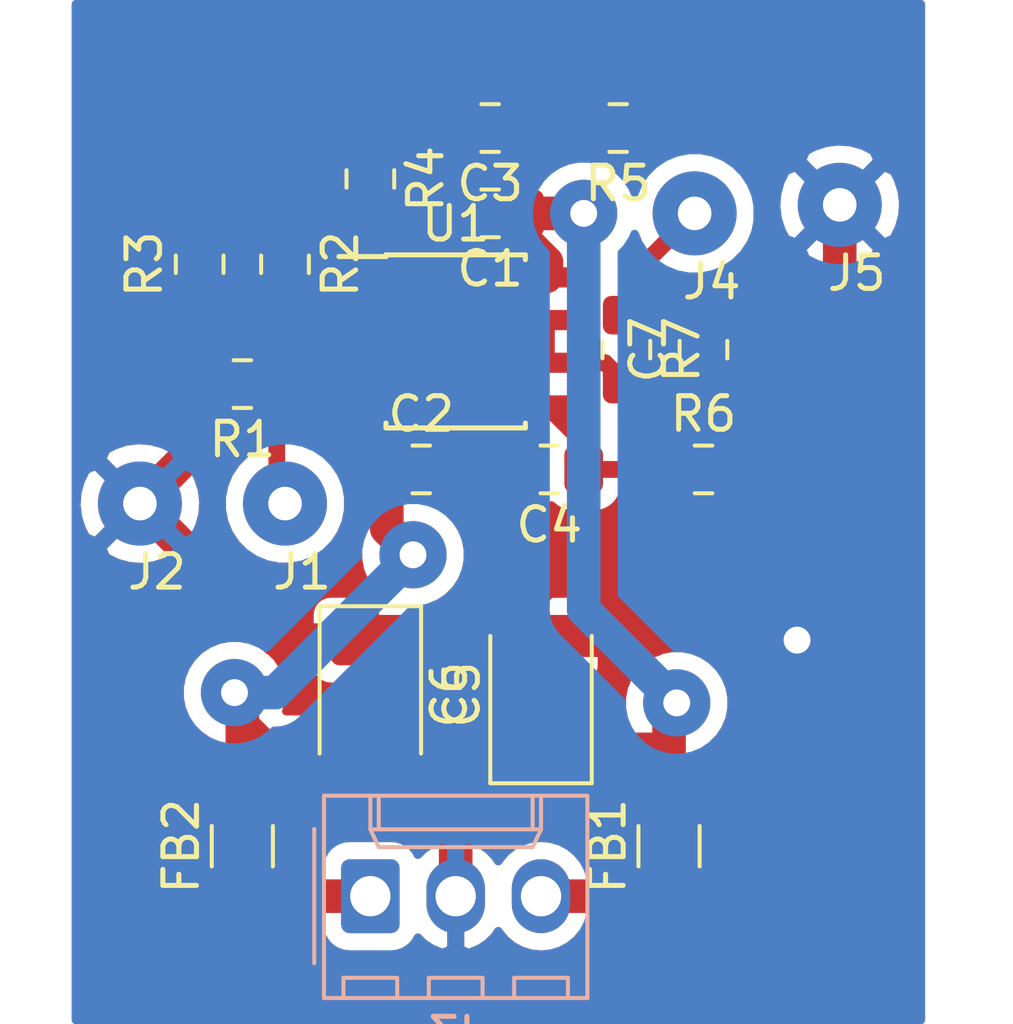
<source format=kicad_pcb>
(kicad_pcb (version 20171130) (host pcbnew "(5.1.2-1)-1")

  (general
    (thickness 1.6)
    (drawings 0)
    (tracks 90)
    (zones 0)
    (modules 22)
    (nets 14)
  )

  (page A4)
  (layers
    (0 F.Cu signal)
    (31 B.Cu signal hide)
    (32 B.Adhes user)
    (33 F.Adhes user)
    (34 B.Paste user)
    (35 F.Paste user)
    (36 B.SilkS user)
    (37 F.SilkS user)
    (38 B.Mask user)
    (39 F.Mask user)
    (40 Dwgs.User user)
    (41 Cmts.User user)
    (42 Eco1.User user)
    (43 Eco2.User user)
    (44 Edge.Cuts user)
    (45 Margin user)
    (46 B.CrtYd user)
    (47 F.CrtYd user)
    (48 B.Fab user)
    (49 F.Fab user)
  )

  (setup
    (last_trace_width 0.5)
    (trace_clearance 0.5)
    (zone_clearance 0.508)
    (zone_45_only no)
    (trace_min 0.2)
    (via_size 1.6)
    (via_drill 0.8)
    (via_min_size 0.4)
    (via_min_drill 0.3)
    (uvia_size 0.3)
    (uvia_drill 0.1)
    (uvias_allowed no)
    (uvia_min_size 0.2)
    (uvia_min_drill 0.1)
    (edge_width 0.05)
    (segment_width 0.2)
    (pcb_text_width 0.3)
    (pcb_text_size 1.5 1.5)
    (mod_edge_width 0.12)
    (mod_text_size 1 1)
    (mod_text_width 0.15)
    (pad_size 1.524 1.524)
    (pad_drill 0.762)
    (pad_to_mask_clearance 0.051)
    (solder_mask_min_width 0.25)
    (aux_axis_origin 0 0)
    (visible_elements FFFFFF7F)
    (pcbplotparams
      (layerselection 0x00000_ffffffff)
      (usegerberextensions false)
      (usegerberattributes false)
      (usegerberadvancedattributes false)
      (creategerberjobfile false)
      (excludeedgelayer true)
      (linewidth 0.100000)
      (plotframeref false)
      (viasonmask false)
      (mode 1)
      (useauxorigin false)
      (hpglpennumber 1)
      (hpglpenspeed 20)
      (hpglpendiameter 15.000000)
      (psnegative false)
      (psa4output false)
      (plotreference true)
      (plotvalue true)
      (plotinvisibletext false)
      (padsonsilk false)
      (subtractmaskfromsilk false)
      (outputformat 2)
      (mirror false)
      (drillshape 1)
      (scaleselection 1)
      (outputdirectory ""))
  )

  (net 0 "")
  (net 1 +5V)
  (net 2 GND)
  (net 3 -5V)
  (net 4 "Net-(C3-Pad1)")
  (net 5 "Net-(C4-Pad1)")
  (net 6 "Net-(C7-Pad2)")
  (net 7 "Net-(C7-Pad1)")
  (net 8 "Net-(FB1-Pad1)")
  (net 9 "Net-(FB2-Pad1)")
  (net 10 "Net-(J1-Pad1)")
  (net 11 "Net-(J4-Pad1)")
  (net 12 "Net-(R2-Pad1)")
  (net 13 "Net-(R2-Pad2)")

  (net_class Default "This is the default net class."
    (clearance 0.5)
    (trace_width 0.5)
    (via_dia 1.6)
    (via_drill 0.8)
    (uvia_dia 0.3)
    (uvia_drill 0.1)
    (add_net "Net-(C3-Pad1)")
    (add_net "Net-(C4-Pad1)")
    (add_net "Net-(C7-Pad1)")
    (add_net "Net-(C7-Pad2)")
    (add_net "Net-(J1-Pad1)")
    (add_net "Net-(J4-Pad1)")
    (add_net "Net-(R2-Pad1)")
    (add_net "Net-(R2-Pad2)")
  )

  (net_class Power ""
    (clearance 0.5)
    (trace_width 1)
    (via_dia 2)
    (via_drill 0.8)
    (uvia_dia 0.3)
    (uvia_drill 0.1)
    (add_net +5V)
    (add_net -5V)
    (add_net GND)
    (add_net "Net-(FB1-Pad1)")
    (add_net "Net-(FB2-Pad1)")
  )

  (module synkie:C_0805_2012Metric_Pad1.15x1.40mm_HandSolder (layer F.Cu) (tedit 5B36C52B) (tstamp 5CF148C5)
    (at 162.315 76.2 180)
    (descr "Capacitor SMD 0805 (2012 Metric), square (rectangular) end terminal, IPC_7351 nominal with elongated pad for handsoldering. (Body size source: https://docs.google.com/spreadsheets/d/1BsfQQcO9C6DZCsRaXUlFlo91Tg2WpOkGARC1WS5S8t0/edit?usp=sharing), generated with kicad-footprint-generator")
    (tags "capacitor handsolder")
    (path /5CFF2156)
    (attr smd)
    (fp_text reference C1 (at 0 -1.65) (layer F.SilkS)
      (effects (font (size 1 1) (thickness 0.15)))
    )
    (fp_text value 100n (at 0 1.65) (layer F.Fab)
      (effects (font (size 1 1) (thickness 0.15)))
    )
    (fp_line (start -1 0.6) (end -1 -0.6) (layer F.Fab) (width 0.1))
    (fp_line (start -1 -0.6) (end 1 -0.6) (layer F.Fab) (width 0.1))
    (fp_line (start 1 -0.6) (end 1 0.6) (layer F.Fab) (width 0.1))
    (fp_line (start 1 0.6) (end -1 0.6) (layer F.Fab) (width 0.1))
    (fp_line (start -0.261252 -0.71) (end 0.261252 -0.71) (layer F.SilkS) (width 0.12))
    (fp_line (start -0.261252 0.71) (end 0.261252 0.71) (layer F.SilkS) (width 0.12))
    (fp_line (start -1.85 0.95) (end -1.85 -0.95) (layer F.CrtYd) (width 0.05))
    (fp_line (start -1.85 -0.95) (end 1.85 -0.95) (layer F.CrtYd) (width 0.05))
    (fp_line (start 1.85 -0.95) (end 1.85 0.95) (layer F.CrtYd) (width 0.05))
    (fp_line (start 1.85 0.95) (end -1.85 0.95) (layer F.CrtYd) (width 0.05))
    (fp_text user %R (at 0 0) (layer F.Fab)
      (effects (font (size 0.5 0.5) (thickness 0.08)))
    )
    (pad 1 smd roundrect (at -1.025 0 180) (size 1.15 1.4) (layers F.Cu F.Paste F.Mask) (roundrect_rratio 0.217391)
      (net 1 +5V))
    (pad 2 smd roundrect (at 1.025 0 180) (size 1.15 1.4) (layers F.Cu F.Paste F.Mask) (roundrect_rratio 0.217391)
      (net 2 GND))
    (model ${KISYS3DMOD}/Capacitor_SMD.3dshapes/C_0805_2012Metric.wrl
      (at (xyz 0 0 0))
      (scale (xyz 1 1 1))
      (rotate (xyz 0 0 0))
    )
  )

  (module synkie:C_0805_2012Metric_Pad1.15x1.40mm_HandSolder (layer F.Cu) (tedit 5B36C52B) (tstamp 5CF148D6)
    (at 160.265 83.82)
    (descr "Capacitor SMD 0805 (2012 Metric), square (rectangular) end terminal, IPC_7351 nominal with elongated pad for handsoldering. (Body size source: https://docs.google.com/spreadsheets/d/1BsfQQcO9C6DZCsRaXUlFlo91Tg2WpOkGARC1WS5S8t0/edit?usp=sharing), generated with kicad-footprint-generator")
    (tags "capacitor handsolder")
    (path /5CFF3063)
    (attr smd)
    (fp_text reference C2 (at 0 -1.65) (layer F.SilkS)
      (effects (font (size 1 1) (thickness 0.15)))
    )
    (fp_text value 100n (at 0 1.65) (layer F.Fab)
      (effects (font (size 1 1) (thickness 0.15)))
    )
    (fp_text user %R (at 0 0) (layer F.Fab)
      (effects (font (size 0.5 0.5) (thickness 0.08)))
    )
    (fp_line (start 1.85 0.95) (end -1.85 0.95) (layer F.CrtYd) (width 0.05))
    (fp_line (start 1.85 -0.95) (end 1.85 0.95) (layer F.CrtYd) (width 0.05))
    (fp_line (start -1.85 -0.95) (end 1.85 -0.95) (layer F.CrtYd) (width 0.05))
    (fp_line (start -1.85 0.95) (end -1.85 -0.95) (layer F.CrtYd) (width 0.05))
    (fp_line (start -0.261252 0.71) (end 0.261252 0.71) (layer F.SilkS) (width 0.12))
    (fp_line (start -0.261252 -0.71) (end 0.261252 -0.71) (layer F.SilkS) (width 0.12))
    (fp_line (start 1 0.6) (end -1 0.6) (layer F.Fab) (width 0.1))
    (fp_line (start 1 -0.6) (end 1 0.6) (layer F.Fab) (width 0.1))
    (fp_line (start -1 -0.6) (end 1 -0.6) (layer F.Fab) (width 0.1))
    (fp_line (start -1 0.6) (end -1 -0.6) (layer F.Fab) (width 0.1))
    (pad 2 smd roundrect (at 1.025 0) (size 1.15 1.4) (layers F.Cu F.Paste F.Mask) (roundrect_rratio 0.217391)
      (net 2 GND))
    (pad 1 smd roundrect (at -1.025 0) (size 1.15 1.4) (layers F.Cu F.Paste F.Mask) (roundrect_rratio 0.217391)
      (net 3 -5V))
    (model ${KISYS3DMOD}/Capacitor_SMD.3dshapes/C_0805_2012Metric.wrl
      (at (xyz 0 0 0))
      (scale (xyz 1 1 1))
      (rotate (xyz 0 0 0))
    )
  )

  (module synkie:C_0805_2012Metric_Pad1.15x1.40mm_HandSolder (layer F.Cu) (tedit 5B36C52B) (tstamp 5CF15893)
    (at 162.315 73.66 180)
    (descr "Capacitor SMD 0805 (2012 Metric), square (rectangular) end terminal, IPC_7351 nominal with elongated pad for handsoldering. (Body size source: https://docs.google.com/spreadsheets/d/1BsfQQcO9C6DZCsRaXUlFlo91Tg2WpOkGARC1WS5S8t0/edit?usp=sharing), generated with kicad-footprint-generator")
    (tags "capacitor handsolder")
    (path /5CFE0B6A)
    (attr smd)
    (fp_text reference C3 (at 0 -1.65) (layer F.SilkS)
      (effects (font (size 1 1) (thickness 0.15)))
    )
    (fp_text value 47p (at 0 1.65) (layer F.Fab)
      (effects (font (size 1 1) (thickness 0.15)))
    )
    (fp_text user %R (at 0 0) (layer F.Fab)
      (effects (font (size 0.5 0.5) (thickness 0.08)))
    )
    (fp_line (start 1.85 0.95) (end -1.85 0.95) (layer F.CrtYd) (width 0.05))
    (fp_line (start 1.85 -0.95) (end 1.85 0.95) (layer F.CrtYd) (width 0.05))
    (fp_line (start -1.85 -0.95) (end 1.85 -0.95) (layer F.CrtYd) (width 0.05))
    (fp_line (start -1.85 0.95) (end -1.85 -0.95) (layer F.CrtYd) (width 0.05))
    (fp_line (start -0.261252 0.71) (end 0.261252 0.71) (layer F.SilkS) (width 0.12))
    (fp_line (start -0.261252 -0.71) (end 0.261252 -0.71) (layer F.SilkS) (width 0.12))
    (fp_line (start 1 0.6) (end -1 0.6) (layer F.Fab) (width 0.1))
    (fp_line (start 1 -0.6) (end 1 0.6) (layer F.Fab) (width 0.1))
    (fp_line (start -1 -0.6) (end 1 -0.6) (layer F.Fab) (width 0.1))
    (fp_line (start -1 0.6) (end -1 -0.6) (layer F.Fab) (width 0.1))
    (pad 2 smd roundrect (at 1.025 0 180) (size 1.15 1.4) (layers F.Cu F.Paste F.Mask) (roundrect_rratio 0.217391)
      (net 2 GND))
    (pad 1 smd roundrect (at -1.025 0 180) (size 1.15 1.4) (layers F.Cu F.Paste F.Mask) (roundrect_rratio 0.217391)
      (net 4 "Net-(C3-Pad1)"))
    (model ${KISYS3DMOD}/Capacitor_SMD.3dshapes/C_0805_2012Metric.wrl
      (at (xyz 0 0 0))
      (scale (xyz 1 1 1))
      (rotate (xyz 0 0 0))
    )
  )

  (module synkie:C_0805_2012Metric_Pad1.15x1.40mm_HandSolder (layer F.Cu) (tedit 5B36C52B) (tstamp 5CF148F8)
    (at 164.075 83.82 180)
    (descr "Capacitor SMD 0805 (2012 Metric), square (rectangular) end terminal, IPC_7351 nominal with elongated pad for handsoldering. (Body size source: https://docs.google.com/spreadsheets/d/1BsfQQcO9C6DZCsRaXUlFlo91Tg2WpOkGARC1WS5S8t0/edit?usp=sharing), generated with kicad-footprint-generator")
    (tags "capacitor handsolder")
    (path /5CFE1222)
    (attr smd)
    (fp_text reference C4 (at 0 -1.65) (layer F.SilkS)
      (effects (font (size 1 1) (thickness 0.15)))
    )
    (fp_text value 10p (at 0 1.65) (layer F.Fab)
      (effects (font (size 1 1) (thickness 0.15)))
    )
    (fp_line (start -1 0.6) (end -1 -0.6) (layer F.Fab) (width 0.1))
    (fp_line (start -1 -0.6) (end 1 -0.6) (layer F.Fab) (width 0.1))
    (fp_line (start 1 -0.6) (end 1 0.6) (layer F.Fab) (width 0.1))
    (fp_line (start 1 0.6) (end -1 0.6) (layer F.Fab) (width 0.1))
    (fp_line (start -0.261252 -0.71) (end 0.261252 -0.71) (layer F.SilkS) (width 0.12))
    (fp_line (start -0.261252 0.71) (end 0.261252 0.71) (layer F.SilkS) (width 0.12))
    (fp_line (start -1.85 0.95) (end -1.85 -0.95) (layer F.CrtYd) (width 0.05))
    (fp_line (start -1.85 -0.95) (end 1.85 -0.95) (layer F.CrtYd) (width 0.05))
    (fp_line (start 1.85 -0.95) (end 1.85 0.95) (layer F.CrtYd) (width 0.05))
    (fp_line (start 1.85 0.95) (end -1.85 0.95) (layer F.CrtYd) (width 0.05))
    (fp_text user %R (at 0 0) (layer F.Fab)
      (effects (font (size 0.5 0.5) (thickness 0.08)))
    )
    (pad 1 smd roundrect (at -1.025 0 180) (size 1.15 1.4) (layers F.Cu F.Paste F.Mask) (roundrect_rratio 0.217391)
      (net 5 "Net-(C4-Pad1)"))
    (pad 2 smd roundrect (at 1.025 0 180) (size 1.15 1.4) (layers F.Cu F.Paste F.Mask) (roundrect_rratio 0.217391)
      (net 2 GND))
    (model ${KISYS3DMOD}/Capacitor_SMD.3dshapes/C_0805_2012Metric.wrl
      (at (xyz 0 0 0))
      (scale (xyz 1 1 1))
      (rotate (xyz 0 0 0))
    )
  )

  (module synkie:CP_EIA-3528-21_Kemet-B_Pad1.50x2.35mm_HandSolder (layer F.Cu) (tedit 5B342532) (tstamp 5CF1490B)
    (at 163.83 90.525 90)
    (descr "Tantalum Capacitor SMD Kemet-B (3528-21 Metric), IPC_7351 nominal, (Body size from: http://www.kemet.com/Lists/ProductCatalog/Attachments/253/KEM_TC101_STD.pdf), generated with kicad-footprint-generator")
    (tags "capacitor tantalum")
    (path /5CFFB2FC)
    (attr smd)
    (fp_text reference C5 (at 0 -2.35 90) (layer F.SilkS)
      (effects (font (size 1 1) (thickness 0.15)))
    )
    (fp_text value 10u (at 0 2.35 90) (layer F.Fab)
      (effects (font (size 1 1) (thickness 0.15)))
    )
    (fp_text user %R (at 0 0 90) (layer F.Fab)
      (effects (font (size 0.88 0.88) (thickness 0.13)))
    )
    (fp_line (start 2.62 1.65) (end -2.62 1.65) (layer F.CrtYd) (width 0.05))
    (fp_line (start 2.62 -1.65) (end 2.62 1.65) (layer F.CrtYd) (width 0.05))
    (fp_line (start -2.62 -1.65) (end 2.62 -1.65) (layer F.CrtYd) (width 0.05))
    (fp_line (start -2.62 1.65) (end -2.62 -1.65) (layer F.CrtYd) (width 0.05))
    (fp_line (start -2.635 1.51) (end 1.75 1.51) (layer F.SilkS) (width 0.12))
    (fp_line (start -2.635 -1.51) (end -2.635 1.51) (layer F.SilkS) (width 0.12))
    (fp_line (start 1.75 -1.51) (end -2.635 -1.51) (layer F.SilkS) (width 0.12))
    (fp_line (start 1.75 1.4) (end 1.75 -1.4) (layer F.Fab) (width 0.1))
    (fp_line (start -1.75 1.4) (end 1.75 1.4) (layer F.Fab) (width 0.1))
    (fp_line (start -1.75 -0.7) (end -1.75 1.4) (layer F.Fab) (width 0.1))
    (fp_line (start -1.05 -1.4) (end -1.75 -0.7) (layer F.Fab) (width 0.1))
    (fp_line (start 1.75 -1.4) (end -1.05 -1.4) (layer F.Fab) (width 0.1))
    (pad 2 smd roundrect (at 1.625 0 90) (size 1.5 2.35) (layers F.Cu F.Paste F.Mask) (roundrect_rratio 0.166667)
      (net 2 GND))
    (pad 1 smd roundrect (at -1.625 0 90) (size 1.5 2.35) (layers F.Cu F.Paste F.Mask) (roundrect_rratio 0.166667)
      (net 1 +5V))
    (model ${KISYS3DMOD}/Capacitor_Tantalum_SMD.3dshapes/CP_EIA-3528-21_Kemet-B.wrl
      (at (xyz 0 0 0))
      (scale (xyz 1 1 1))
      (rotate (xyz 0 0 0))
    )
  )

  (module synkie:CP_EIA-3528-21_Kemet-B_Pad1.50x2.35mm_HandSolder (layer F.Cu) (tedit 5B342532) (tstamp 5CF1491E)
    (at 158.75 90.525 270)
    (descr "Tantalum Capacitor SMD Kemet-B (3528-21 Metric), IPC_7351 nominal, (Body size from: http://www.kemet.com/Lists/ProductCatalog/Attachments/253/KEM_TC101_STD.pdf), generated with kicad-footprint-generator")
    (tags "capacitor tantalum")
    (path /5CFFBD09)
    (attr smd)
    (fp_text reference C6 (at 0 -2.35 90) (layer F.SilkS)
      (effects (font (size 1 1) (thickness 0.15)))
    )
    (fp_text value 10u (at 0 2.35 90) (layer F.Fab)
      (effects (font (size 1 1) (thickness 0.15)))
    )
    (fp_line (start 1.75 -1.4) (end -1.05 -1.4) (layer F.Fab) (width 0.1))
    (fp_line (start -1.05 -1.4) (end -1.75 -0.7) (layer F.Fab) (width 0.1))
    (fp_line (start -1.75 -0.7) (end -1.75 1.4) (layer F.Fab) (width 0.1))
    (fp_line (start -1.75 1.4) (end 1.75 1.4) (layer F.Fab) (width 0.1))
    (fp_line (start 1.75 1.4) (end 1.75 -1.4) (layer F.Fab) (width 0.1))
    (fp_line (start 1.75 -1.51) (end -2.635 -1.51) (layer F.SilkS) (width 0.12))
    (fp_line (start -2.635 -1.51) (end -2.635 1.51) (layer F.SilkS) (width 0.12))
    (fp_line (start -2.635 1.51) (end 1.75 1.51) (layer F.SilkS) (width 0.12))
    (fp_line (start -2.62 1.65) (end -2.62 -1.65) (layer F.CrtYd) (width 0.05))
    (fp_line (start -2.62 -1.65) (end 2.62 -1.65) (layer F.CrtYd) (width 0.05))
    (fp_line (start 2.62 -1.65) (end 2.62 1.65) (layer F.CrtYd) (width 0.05))
    (fp_line (start 2.62 1.65) (end -2.62 1.65) (layer F.CrtYd) (width 0.05))
    (fp_text user %R (at 0 0 90) (layer F.Fab)
      (effects (font (size 0.88 0.88) (thickness 0.13)))
    )
    (pad 1 smd roundrect (at -1.625 0 270) (size 1.5 2.35) (layers F.Cu F.Paste F.Mask) (roundrect_rratio 0.166667)
      (net 2 GND))
    (pad 2 smd roundrect (at 1.625 0 270) (size 1.5 2.35) (layers F.Cu F.Paste F.Mask) (roundrect_rratio 0.166667)
      (net 3 -5V))
    (model ${KISYS3DMOD}/Capacitor_Tantalum_SMD.3dshapes/CP_EIA-3528-21_Kemet-B.wrl
      (at (xyz 0 0 0))
      (scale (xyz 1 1 1))
      (rotate (xyz 0 0 0))
    )
  )

  (module synkie:C_0805_2012Metric_Pad1.15x1.40mm_HandSolder (layer F.Cu) (tedit 5B36C52B) (tstamp 5CF1492F)
    (at 168.665 80.255 90)
    (descr "Capacitor SMD 0805 (2012 Metric), square (rectangular) end terminal, IPC_7351 nominal with elongated pad for handsoldering. (Body size source: https://docs.google.com/spreadsheets/d/1BsfQQcO9C6DZCsRaXUlFlo91Tg2WpOkGARC1WS5S8t0/edit?usp=sharing), generated with kicad-footprint-generator")
    (tags "capacitor handsolder")
    (path /5CFE1A83)
    (attr smd)
    (fp_text reference C7 (at 0 -1.65 90) (layer F.SilkS)
      (effects (font (size 1 1) (thickness 0.15)))
    )
    (fp_text value 47p (at 0 1.65 90) (layer F.Fab)
      (effects (font (size 1 1) (thickness 0.15)))
    )
    (fp_text user %R (at 0 0 90) (layer F.Fab)
      (effects (font (size 0.5 0.5) (thickness 0.08)))
    )
    (fp_line (start 1.85 0.95) (end -1.85 0.95) (layer F.CrtYd) (width 0.05))
    (fp_line (start 1.85 -0.95) (end 1.85 0.95) (layer F.CrtYd) (width 0.05))
    (fp_line (start -1.85 -0.95) (end 1.85 -0.95) (layer F.CrtYd) (width 0.05))
    (fp_line (start -1.85 0.95) (end -1.85 -0.95) (layer F.CrtYd) (width 0.05))
    (fp_line (start -0.261252 0.71) (end 0.261252 0.71) (layer F.SilkS) (width 0.12))
    (fp_line (start -0.261252 -0.71) (end 0.261252 -0.71) (layer F.SilkS) (width 0.12))
    (fp_line (start 1 0.6) (end -1 0.6) (layer F.Fab) (width 0.1))
    (fp_line (start 1 -0.6) (end 1 0.6) (layer F.Fab) (width 0.1))
    (fp_line (start -1 -0.6) (end 1 -0.6) (layer F.Fab) (width 0.1))
    (fp_line (start -1 0.6) (end -1 -0.6) (layer F.Fab) (width 0.1))
    (pad 2 smd roundrect (at 1.025 0 90) (size 1.15 1.4) (layers F.Cu F.Paste F.Mask) (roundrect_rratio 0.217391)
      (net 6 "Net-(C7-Pad2)"))
    (pad 1 smd roundrect (at -1.025 0 90) (size 1.15 1.4) (layers F.Cu F.Paste F.Mask) (roundrect_rratio 0.217391)
      (net 7 "Net-(C7-Pad1)"))
    (model ${KISYS3DMOD}/Capacitor_SMD.3dshapes/C_0805_2012Metric.wrl
      (at (xyz 0 0 0))
      (scale (xyz 1 1 1))
      (rotate (xyz 0 0 0))
    )
  )

  (module synkie:L_1206_3216Metric_Pad1.42x1.75mm_HandSolder (layer F.Cu) (tedit 5B301BBE) (tstamp 5CF14940)
    (at 167.64 95.0325 90)
    (descr "Capacitor SMD 1206 (3216 Metric), square (rectangular) end terminal, IPC_7351 nominal with elongated pad for handsoldering. (Body size source: http://www.tortai-tech.com/upload/download/2011102023233369053.pdf), generated with kicad-footprint-generator")
    (tags "inductor handsolder")
    (path /5CFF5757)
    (attr smd)
    (fp_text reference FB1 (at 0 -1.82 90) (layer F.SilkS)
      (effects (font (size 1 1) (thickness 0.15)))
    )
    (fp_text value Ferrite_Bead (at 0 1.82 90) (layer F.Fab)
      (effects (font (size 1 1) (thickness 0.15)))
    )
    (fp_line (start -1.6 0.8) (end -1.6 -0.8) (layer F.Fab) (width 0.1))
    (fp_line (start -1.6 -0.8) (end 1.6 -0.8) (layer F.Fab) (width 0.1))
    (fp_line (start 1.6 -0.8) (end 1.6 0.8) (layer F.Fab) (width 0.1))
    (fp_line (start 1.6 0.8) (end -1.6 0.8) (layer F.Fab) (width 0.1))
    (fp_line (start -0.602064 -0.91) (end 0.602064 -0.91) (layer F.SilkS) (width 0.12))
    (fp_line (start -0.602064 0.91) (end 0.602064 0.91) (layer F.SilkS) (width 0.12))
    (fp_line (start -2.45 1.12) (end -2.45 -1.12) (layer F.CrtYd) (width 0.05))
    (fp_line (start -2.45 -1.12) (end 2.45 -1.12) (layer F.CrtYd) (width 0.05))
    (fp_line (start 2.45 -1.12) (end 2.45 1.12) (layer F.CrtYd) (width 0.05))
    (fp_line (start 2.45 1.12) (end -2.45 1.12) (layer F.CrtYd) (width 0.05))
    (fp_text user %R (at 0 0 90) (layer F.Fab)
      (effects (font (size 0.8 0.8) (thickness 0.12)))
    )
    (pad 1 smd roundrect (at -1.4875 0 90) (size 1.425 1.75) (layers F.Cu F.Paste F.Mask) (roundrect_rratio 0.175439)
      (net 8 "Net-(FB1-Pad1)"))
    (pad 2 smd roundrect (at 1.4875 0 90) (size 1.425 1.75) (layers F.Cu F.Paste F.Mask) (roundrect_rratio 0.175439)
      (net 1 +5V))
    (model ${KISYS3DMOD}/Inductor_SMD.3dshapes/L_1206_3216Metric.wrl
      (at (xyz 0 0 0))
      (scale (xyz 1 1 1))
      (rotate (xyz 0 0 0))
    )
  )

  (module synkie:L_1206_3216Metric_Pad1.42x1.75mm_HandSolder (layer F.Cu) (tedit 5B301BBE) (tstamp 5CF1640D)
    (at 154.94 95.0325 90)
    (descr "Capacitor SMD 1206 (3216 Metric), square (rectangular) end terminal, IPC_7351 nominal with elongated pad for handsoldering. (Body size source: http://www.tortai-tech.com/upload/download/2011102023233369053.pdf), generated with kicad-footprint-generator")
    (tags "inductor handsolder")
    (path /5CFF6281)
    (attr smd)
    (fp_text reference FB2 (at 0 -1.82 90) (layer F.SilkS)
      (effects (font (size 1 1) (thickness 0.15)))
    )
    (fp_text value Ferrite_Bead (at 0 1.82 90) (layer F.Fab)
      (effects (font (size 1 1) (thickness 0.15)))
    )
    (fp_text user %R (at 0 0 90) (layer F.Fab)
      (effects (font (size 0.8 0.8) (thickness 0.12)))
    )
    (fp_line (start 2.45 1.12) (end -2.45 1.12) (layer F.CrtYd) (width 0.05))
    (fp_line (start 2.45 -1.12) (end 2.45 1.12) (layer F.CrtYd) (width 0.05))
    (fp_line (start -2.45 -1.12) (end 2.45 -1.12) (layer F.CrtYd) (width 0.05))
    (fp_line (start -2.45 1.12) (end -2.45 -1.12) (layer F.CrtYd) (width 0.05))
    (fp_line (start -0.602064 0.91) (end 0.602064 0.91) (layer F.SilkS) (width 0.12))
    (fp_line (start -0.602064 -0.91) (end 0.602064 -0.91) (layer F.SilkS) (width 0.12))
    (fp_line (start 1.6 0.8) (end -1.6 0.8) (layer F.Fab) (width 0.1))
    (fp_line (start 1.6 -0.8) (end 1.6 0.8) (layer F.Fab) (width 0.1))
    (fp_line (start -1.6 -0.8) (end 1.6 -0.8) (layer F.Fab) (width 0.1))
    (fp_line (start -1.6 0.8) (end -1.6 -0.8) (layer F.Fab) (width 0.1))
    (pad 2 smd roundrect (at 1.4875 0 90) (size 1.425 1.75) (layers F.Cu F.Paste F.Mask) (roundrect_rratio 0.175439)
      (net 3 -5V))
    (pad 1 smd roundrect (at -1.4875 0 90) (size 1.425 1.75) (layers F.Cu F.Paste F.Mask) (roundrect_rratio 0.175439)
      (net 9 "Net-(FB2-Pad1)"))
    (model ${KISYS3DMOD}/Inductor_SMD.3dshapes/L_1206_3216Metric.wrl
      (at (xyz 0 0 0))
      (scale (xyz 1 1 1))
      (rotate (xyz 0 0 0))
    )
  )

  (module synkie:Solderpad_1mm (layer F.Cu) (tedit 5C6B1640) (tstamp 5CF14956)
    (at 156.718 85.09)
    (path /5CFDDFC4)
    (fp_text reference J1 (at 0 1.778) (layer F.SilkS)
      (effects (font (size 1 1) (thickness 0.15)))
    )
    (fp_text value Conn_01x01 (at 0 -2.032) (layer F.Fab)
      (effects (font (size 1 1) (thickness 0.15)))
    )
    (pad 1 thru_hole circle (at -0.508 -0.254) (size 2.5 2.5) (drill 1) (layers *.Cu *.Mask)
      (net 10 "Net-(J1-Pad1)"))
  )

  (module synkie:Solderpad_1mm (layer F.Cu) (tedit 5C6B1640) (tstamp 5CF1495B)
    (at 152.4 85.09)
    (path /5CFEB520)
    (fp_text reference J2 (at 0 1.778) (layer F.SilkS)
      (effects (font (size 1 1) (thickness 0.15)))
    )
    (fp_text value Conn_01x01 (at 0 -2.032) (layer F.Fab)
      (effects (font (size 1 1) (thickness 0.15)))
    )
    (pad 1 thru_hole circle (at -0.508 -0.254) (size 2.5 2.5) (drill 1) (layers *.Cu *.Mask)
      (net 2 GND))
  )

  (module synkie:Molex_KK-254_AE-6410-03A_1x03_P2.54mm_Vertical (layer B.Cu) (tedit 5B78013E) (tstamp 5CF14FEE)
    (at 158.75 96.52)
    (descr "Molex KK-254 Interconnect System, old/engineering part number: AE-6410-03A example for new part number: 22-27-2031, 3 Pins (http://www.molex.com/pdm_docs/sd/022272021_sd.pdf), generated with kicad-footprint-generator")
    (tags "connector Molex KK-254 side entry")
    (path /5CFEDDAA)
    (fp_text reference J3 (at 2.54 4.12) (layer B.SilkS)
      (effects (font (size 1 1) (thickness 0.15)) (justify mirror))
    )
    (fp_text value Conn_01x03 (at 2.54 -4.08) (layer B.Fab)
      (effects (font (size 1 1) (thickness 0.15)) (justify mirror))
    )
    (fp_line (start -1.27 2.92) (end -1.27 -2.88) (layer B.Fab) (width 0.1))
    (fp_line (start -1.27 -2.88) (end 6.35 -2.88) (layer B.Fab) (width 0.1))
    (fp_line (start 6.35 -2.88) (end 6.35 2.92) (layer B.Fab) (width 0.1))
    (fp_line (start 6.35 2.92) (end -1.27 2.92) (layer B.Fab) (width 0.1))
    (fp_line (start -1.38 3.03) (end -1.38 -2.99) (layer B.SilkS) (width 0.12))
    (fp_line (start -1.38 -2.99) (end 6.46 -2.99) (layer B.SilkS) (width 0.12))
    (fp_line (start 6.46 -2.99) (end 6.46 3.03) (layer B.SilkS) (width 0.12))
    (fp_line (start 6.46 3.03) (end -1.38 3.03) (layer B.SilkS) (width 0.12))
    (fp_line (start -1.67 2) (end -1.67 -2) (layer B.SilkS) (width 0.12))
    (fp_line (start -1.27 0.5) (end -0.562893 0) (layer B.Fab) (width 0.1))
    (fp_line (start -0.562893 0) (end -1.27 -0.5) (layer B.Fab) (width 0.1))
    (fp_line (start 0 -2.99) (end 0 -1.99) (layer B.SilkS) (width 0.12))
    (fp_line (start 0 -1.99) (end 5.08 -1.99) (layer B.SilkS) (width 0.12))
    (fp_line (start 5.08 -1.99) (end 5.08 -2.99) (layer B.SilkS) (width 0.12))
    (fp_line (start 0 -1.99) (end 0.25 -1.46) (layer B.SilkS) (width 0.12))
    (fp_line (start 0.25 -1.46) (end 4.83 -1.46) (layer B.SilkS) (width 0.12))
    (fp_line (start 4.83 -1.46) (end 5.08 -1.99) (layer B.SilkS) (width 0.12))
    (fp_line (start 0.25 -2.99) (end 0.25 -1.99) (layer B.SilkS) (width 0.12))
    (fp_line (start 4.83 -2.99) (end 4.83 -1.99) (layer B.SilkS) (width 0.12))
    (fp_line (start -0.8 3.03) (end -0.8 2.43) (layer B.SilkS) (width 0.12))
    (fp_line (start -0.8 2.43) (end 0.8 2.43) (layer B.SilkS) (width 0.12))
    (fp_line (start 0.8 2.43) (end 0.8 3.03) (layer B.SilkS) (width 0.12))
    (fp_line (start 1.74 3.03) (end 1.74 2.43) (layer B.SilkS) (width 0.12))
    (fp_line (start 1.74 2.43) (end 3.34 2.43) (layer B.SilkS) (width 0.12))
    (fp_line (start 3.34 2.43) (end 3.34 3.03) (layer B.SilkS) (width 0.12))
    (fp_line (start 4.28 3.03) (end 4.28 2.43) (layer B.SilkS) (width 0.12))
    (fp_line (start 4.28 2.43) (end 5.88 2.43) (layer B.SilkS) (width 0.12))
    (fp_line (start 5.88 2.43) (end 5.88 3.03) (layer B.SilkS) (width 0.12))
    (fp_line (start -1.77 3.42) (end -1.77 -3.38) (layer B.CrtYd) (width 0.05))
    (fp_line (start -1.77 -3.38) (end 6.85 -3.38) (layer B.CrtYd) (width 0.05))
    (fp_line (start 6.85 -3.38) (end 6.85 3.42) (layer B.CrtYd) (width 0.05))
    (fp_line (start 6.85 3.42) (end -1.77 3.42) (layer B.CrtYd) (width 0.05))
    (fp_text user %R (at 2.54 2.22) (layer B.Fab)
      (effects (font (size 1 1) (thickness 0.15)) (justify mirror))
    )
    (pad 1 thru_hole roundrect (at 0 0) (size 1.74 2.2) (drill 1.2) (layers *.Cu *.Mask) (roundrect_rratio 0.143678)
      (net 9 "Net-(FB2-Pad1)"))
    (pad 2 thru_hole oval (at 2.54 0) (size 1.74 2.2) (drill 1.2) (layers *.Cu *.Mask)
      (net 2 GND))
    (pad 3 thru_hole oval (at 5.08 0) (size 1.74 2.2) (drill 1.2) (layers *.Cu *.Mask)
      (net 8 "Net-(FB1-Pad1)"))
    (model ${KISYS3DMOD}/Connector_Molex.3dshapes/Molex_KK-254_AE-6410-03A_1x03_P2.54mm_Vertical.wrl
      (at (xyz 0 0 0))
      (scale (xyz 1 1 1))
      (rotate (xyz 0 0 0))
    )
  )

  (module synkie:Solderpad_1mm (layer F.Cu) (tedit 5C6B1640) (tstamp 5CF14988)
    (at 168.91 76.454)
    (path /5CFE7929)
    (fp_text reference J4 (at 0 1.778) (layer F.SilkS)
      (effects (font (size 1 1) (thickness 0.15)))
    )
    (fp_text value Conn_01x01 (at 0 -2.032) (layer F.Fab)
      (effects (font (size 1 1) (thickness 0.15)))
    )
    (pad 1 thru_hole circle (at -0.508 -0.254) (size 2.5 2.5) (drill 1) (layers *.Cu *.Mask)
      (net 11 "Net-(J4-Pad1)"))
  )

  (module synkie:Solderpad_1mm (layer F.Cu) (tedit 5C6B1640) (tstamp 5CF1498D)
    (at 173.228 76.2)
    (path /5CFEBCC7)
    (fp_text reference J5 (at 0 1.778) (layer F.SilkS)
      (effects (font (size 1 1) (thickness 0.15)))
    )
    (fp_text value Conn_01x01 (at 0 -2.032) (layer F.Fab)
      (effects (font (size 1 1) (thickness 0.15)))
    )
    (pad 1 thru_hole circle (at -0.508 -0.254) (size 2.5 2.5) (drill 1) (layers *.Cu *.Mask)
      (net 2 GND))
  )

  (module synkie:C_0805_2012Metric_Pad1.15x1.40mm_HandSolder (layer F.Cu) (tedit 5B36C52B) (tstamp 5CF1499E)
    (at 154.94 81.28 180)
    (descr "Capacitor SMD 0805 (2012 Metric), square (rectangular) end terminal, IPC_7351 nominal with elongated pad for handsoldering. (Body size source: https://docs.google.com/spreadsheets/d/1BsfQQcO9C6DZCsRaXUlFlo91Tg2WpOkGARC1WS5S8t0/edit?usp=sharing), generated with kicad-footprint-generator")
    (tags "capacitor handsolder")
    (path /5CFDD543)
    (attr smd)
    (fp_text reference R1 (at 0 -1.65) (layer F.SilkS)
      (effects (font (size 1 1) (thickness 0.15)))
    )
    (fp_text value 75 (at 0 1.65) (layer F.Fab)
      (effects (font (size 1 1) (thickness 0.15)))
    )
    (fp_line (start -1 0.6) (end -1 -0.6) (layer F.Fab) (width 0.1))
    (fp_line (start -1 -0.6) (end 1 -0.6) (layer F.Fab) (width 0.1))
    (fp_line (start 1 -0.6) (end 1 0.6) (layer F.Fab) (width 0.1))
    (fp_line (start 1 0.6) (end -1 0.6) (layer F.Fab) (width 0.1))
    (fp_line (start -0.261252 -0.71) (end 0.261252 -0.71) (layer F.SilkS) (width 0.12))
    (fp_line (start -0.261252 0.71) (end 0.261252 0.71) (layer F.SilkS) (width 0.12))
    (fp_line (start -1.85 0.95) (end -1.85 -0.95) (layer F.CrtYd) (width 0.05))
    (fp_line (start -1.85 -0.95) (end 1.85 -0.95) (layer F.CrtYd) (width 0.05))
    (fp_line (start 1.85 -0.95) (end 1.85 0.95) (layer F.CrtYd) (width 0.05))
    (fp_line (start 1.85 0.95) (end -1.85 0.95) (layer F.CrtYd) (width 0.05))
    (fp_text user %R (at 0 0) (layer F.Fab)
      (effects (font (size 0.5 0.5) (thickness 0.08)))
    )
    (pad 1 smd roundrect (at -1.025 0 180) (size 1.15 1.4) (layers F.Cu F.Paste F.Mask) (roundrect_rratio 0.217391)
      (net 10 "Net-(J1-Pad1)"))
    (pad 2 smd roundrect (at 1.025 0 180) (size 1.15 1.4) (layers F.Cu F.Paste F.Mask) (roundrect_rratio 0.217391)
      (net 2 GND))
    (model ${KISYS3DMOD}/Capacitor_SMD.3dshapes/C_0805_2012Metric.wrl
      (at (xyz 0 0 0))
      (scale (xyz 1 1 1))
      (rotate (xyz 0 0 0))
    )
  )

  (module synkie:R_0805_2012Metric_Pad1.15x1.40mm_HandSolder (layer F.Cu) (tedit 5B36C52B) (tstamp 5CF149AF)
    (at 156.21 77.715 270)
    (descr "Resistor SMD 0805 (2012 Metric), square (rectangular) end terminal, IPC_7351 nominal with elongated pad for handsoldering. (Body size source: https://docs.google.com/spreadsheets/d/1BsfQQcO9C6DZCsRaXUlFlo91Tg2WpOkGARC1WS5S8t0/edit?usp=sharing), generated with kicad-footprint-generator")
    (tags "resistor handsolder")
    (path /5CFDBC37)
    (attr smd)
    (fp_text reference R2 (at 0 -1.65 90) (layer F.SilkS)
      (effects (font (size 1 1) (thickness 0.15)))
    )
    (fp_text value 220 (at 0 1.65 90) (layer F.Fab)
      (effects (font (size 1 1) (thickness 0.15)))
    )
    (fp_line (start -1 0.6) (end -1 -0.6) (layer F.Fab) (width 0.1))
    (fp_line (start -1 -0.6) (end 1 -0.6) (layer F.Fab) (width 0.1))
    (fp_line (start 1 -0.6) (end 1 0.6) (layer F.Fab) (width 0.1))
    (fp_line (start 1 0.6) (end -1 0.6) (layer F.Fab) (width 0.1))
    (fp_line (start -0.261252 -0.71) (end 0.261252 -0.71) (layer F.SilkS) (width 0.12))
    (fp_line (start -0.261252 0.71) (end 0.261252 0.71) (layer F.SilkS) (width 0.12))
    (fp_line (start -1.85 0.95) (end -1.85 -0.95) (layer F.CrtYd) (width 0.05))
    (fp_line (start -1.85 -0.95) (end 1.85 -0.95) (layer F.CrtYd) (width 0.05))
    (fp_line (start 1.85 -0.95) (end 1.85 0.95) (layer F.CrtYd) (width 0.05))
    (fp_line (start 1.85 0.95) (end -1.85 0.95) (layer F.CrtYd) (width 0.05))
    (fp_text user %R (at 0 0 90) (layer F.Fab)
      (effects (font (size 0.5 0.5) (thickness 0.08)))
    )
    (pad 1 smd roundrect (at -1.025 0 270) (size 1.15 1.4) (layers F.Cu F.Paste F.Mask) (roundrect_rratio 0.217391)
      (net 12 "Net-(R2-Pad1)"))
    (pad 2 smd roundrect (at 1.025 0 270) (size 1.15 1.4) (layers F.Cu F.Paste F.Mask) (roundrect_rratio 0.217391)
      (net 13 "Net-(R2-Pad2)"))
    (model ${KISYS3DMOD}/Resistor_SMD.3dshapes/R_0805_2012Metric.wrl
      (at (xyz 0 0 0))
      (scale (xyz 1 1 1))
      (rotate (xyz 0 0 0))
    )
  )

  (module synkie:R_0805_2012Metric_Pad1.15x1.40mm_HandSolder (layer F.Cu) (tedit 5B36C52B) (tstamp 5CF149C0)
    (at 153.67 77.715 90)
    (descr "Resistor SMD 0805 (2012 Metric), square (rectangular) end terminal, IPC_7351 nominal with elongated pad for handsoldering. (Body size source: https://docs.google.com/spreadsheets/d/1BsfQQcO9C6DZCsRaXUlFlo91Tg2WpOkGARC1WS5S8t0/edit?usp=sharing), generated with kicad-footprint-generator")
    (tags "resistor handsolder")
    (path /5CFDC39C)
    (attr smd)
    (fp_text reference R3 (at 0 -1.65 90) (layer F.SilkS)
      (effects (font (size 1 1) (thickness 0.15)))
    )
    (fp_text value 220 (at 0 1.65 90) (layer F.Fab)
      (effects (font (size 1 1) (thickness 0.15)))
    )
    (fp_text user %R (at 0 0 90) (layer F.Fab)
      (effects (font (size 0.5 0.5) (thickness 0.08)))
    )
    (fp_line (start 1.85 0.95) (end -1.85 0.95) (layer F.CrtYd) (width 0.05))
    (fp_line (start 1.85 -0.95) (end 1.85 0.95) (layer F.CrtYd) (width 0.05))
    (fp_line (start -1.85 -0.95) (end 1.85 -0.95) (layer F.CrtYd) (width 0.05))
    (fp_line (start -1.85 0.95) (end -1.85 -0.95) (layer F.CrtYd) (width 0.05))
    (fp_line (start -0.261252 0.71) (end 0.261252 0.71) (layer F.SilkS) (width 0.12))
    (fp_line (start -0.261252 -0.71) (end 0.261252 -0.71) (layer F.SilkS) (width 0.12))
    (fp_line (start 1 0.6) (end -1 0.6) (layer F.Fab) (width 0.1))
    (fp_line (start 1 -0.6) (end 1 0.6) (layer F.Fab) (width 0.1))
    (fp_line (start -1 -0.6) (end 1 -0.6) (layer F.Fab) (width 0.1))
    (fp_line (start -1 0.6) (end -1 -0.6) (layer F.Fab) (width 0.1))
    (pad 2 smd roundrect (at 1.025 0 90) (size 1.15 1.4) (layers F.Cu F.Paste F.Mask) (roundrect_rratio 0.217391)
      (net 2 GND))
    (pad 1 smd roundrect (at -1.025 0 90) (size 1.15 1.4) (layers F.Cu F.Paste F.Mask) (roundrect_rratio 0.217391)
      (net 13 "Net-(R2-Pad2)"))
    (model ${KISYS3DMOD}/Resistor_SMD.3dshapes/R_0805_2012Metric.wrl
      (at (xyz 0 0 0))
      (scale (xyz 1 1 1))
      (rotate (xyz 0 0 0))
    )
  )

  (module synkie:R_0805_2012Metric_Pad1.15x1.40mm_HandSolder (layer F.Cu) (tedit 5B36C52B) (tstamp 5CF149D1)
    (at 158.75 75.175 270)
    (descr "Resistor SMD 0805 (2012 Metric), square (rectangular) end terminal, IPC_7351 nominal with elongated pad for handsoldering. (Body size source: https://docs.google.com/spreadsheets/d/1BsfQQcO9C6DZCsRaXUlFlo91Tg2WpOkGARC1WS5S8t0/edit?usp=sharing), generated with kicad-footprint-generator")
    (tags "resistor handsolder")
    (path /5CFDF081)
    (attr smd)
    (fp_text reference R4 (at 0 -1.65 90) (layer F.SilkS)
      (effects (font (size 1 1) (thickness 0.15)))
    )
    (fp_text value 330 (at 0 1.65 90) (layer F.Fab)
      (effects (font (size 1 1) (thickness 0.15)))
    )
    (fp_line (start -1 0.6) (end -1 -0.6) (layer F.Fab) (width 0.1))
    (fp_line (start -1 -0.6) (end 1 -0.6) (layer F.Fab) (width 0.1))
    (fp_line (start 1 -0.6) (end 1 0.6) (layer F.Fab) (width 0.1))
    (fp_line (start 1 0.6) (end -1 0.6) (layer F.Fab) (width 0.1))
    (fp_line (start -0.261252 -0.71) (end 0.261252 -0.71) (layer F.SilkS) (width 0.12))
    (fp_line (start -0.261252 0.71) (end 0.261252 0.71) (layer F.SilkS) (width 0.12))
    (fp_line (start -1.85 0.95) (end -1.85 -0.95) (layer F.CrtYd) (width 0.05))
    (fp_line (start -1.85 -0.95) (end 1.85 -0.95) (layer F.CrtYd) (width 0.05))
    (fp_line (start 1.85 -0.95) (end 1.85 0.95) (layer F.CrtYd) (width 0.05))
    (fp_line (start 1.85 0.95) (end -1.85 0.95) (layer F.CrtYd) (width 0.05))
    (fp_text user %R (at 0 0 90) (layer F.Fab)
      (effects (font (size 0.5 0.5) (thickness 0.08)))
    )
    (pad 1 smd roundrect (at -1.025 0 270) (size 1.15 1.4) (layers F.Cu F.Paste F.Mask) (roundrect_rratio 0.217391)
      (net 4 "Net-(C3-Pad1)"))
    (pad 2 smd roundrect (at 1.025 0 270) (size 1.15 1.4) (layers F.Cu F.Paste F.Mask) (roundrect_rratio 0.217391)
      (net 12 "Net-(R2-Pad1)"))
    (model ${KISYS3DMOD}/Resistor_SMD.3dshapes/R_0805_2012Metric.wrl
      (at (xyz 0 0 0))
      (scale (xyz 1 1 1))
      (rotate (xyz 0 0 0))
    )
  )

  (module synkie:R_0805_2012Metric_Pad1.15x1.40mm_HandSolder (layer F.Cu) (tedit 5B36C52B) (tstamp 5CF15904)
    (at 166.125 73.66 180)
    (descr "Resistor SMD 0805 (2012 Metric), square (rectangular) end terminal, IPC_7351 nominal with elongated pad for handsoldering. (Body size source: https://docs.google.com/spreadsheets/d/1BsfQQcO9C6DZCsRaXUlFlo91Tg2WpOkGARC1WS5S8t0/edit?usp=sharing), generated with kicad-footprint-generator")
    (tags "resistor handsolder")
    (path /5CFDF993)
    (attr smd)
    (fp_text reference R5 (at 0 -1.65) (layer F.SilkS)
      (effects (font (size 1 1) (thickness 0.15)))
    )
    (fp_text value 1k (at 0 1.65) (layer F.Fab)
      (effects (font (size 1 1) (thickness 0.15)))
    )
    (fp_text user %R (at 0 0) (layer F.Fab)
      (effects (font (size 0.5 0.5) (thickness 0.08)))
    )
    (fp_line (start 1.85 0.95) (end -1.85 0.95) (layer F.CrtYd) (width 0.05))
    (fp_line (start 1.85 -0.95) (end 1.85 0.95) (layer F.CrtYd) (width 0.05))
    (fp_line (start -1.85 -0.95) (end 1.85 -0.95) (layer F.CrtYd) (width 0.05))
    (fp_line (start -1.85 0.95) (end -1.85 -0.95) (layer F.CrtYd) (width 0.05))
    (fp_line (start -0.261252 0.71) (end 0.261252 0.71) (layer F.SilkS) (width 0.12))
    (fp_line (start -0.261252 -0.71) (end 0.261252 -0.71) (layer F.SilkS) (width 0.12))
    (fp_line (start 1 0.6) (end -1 0.6) (layer F.Fab) (width 0.1))
    (fp_line (start 1 -0.6) (end 1 0.6) (layer F.Fab) (width 0.1))
    (fp_line (start -1 -0.6) (end 1 -0.6) (layer F.Fab) (width 0.1))
    (fp_line (start -1 0.6) (end -1 -0.6) (layer F.Fab) (width 0.1))
    (pad 2 smd roundrect (at 1.025 0 180) (size 1.15 1.4) (layers F.Cu F.Paste F.Mask) (roundrect_rratio 0.217391)
      (net 4 "Net-(C3-Pad1)"))
    (pad 1 smd roundrect (at -1.025 0 180) (size 1.15 1.4) (layers F.Cu F.Paste F.Mask) (roundrect_rratio 0.217391)
      (net 6 "Net-(C7-Pad2)"))
    (model ${KISYS3DMOD}/Resistor_SMD.3dshapes/R_0805_2012Metric.wrl
      (at (xyz 0 0 0))
      (scale (xyz 1 1 1))
      (rotate (xyz 0 0 0))
    )
  )

  (module synkie:R_0805_2012Metric_Pad1.15x1.40mm_HandSolder (layer F.Cu) (tedit 5B36C52B) (tstamp 5CF149F3)
    (at 168.665 83.82)
    (descr "Resistor SMD 0805 (2012 Metric), square (rectangular) end terminal, IPC_7351 nominal with elongated pad for handsoldering. (Body size source: https://docs.google.com/spreadsheets/d/1BsfQQcO9C6DZCsRaXUlFlo91Tg2WpOkGARC1WS5S8t0/edit?usp=sharing), generated with kicad-footprint-generator")
    (tags "resistor handsolder")
    (path /5CFDFF2D)
    (attr smd)
    (fp_text reference R6 (at 0 -1.65) (layer F.SilkS)
      (effects (font (size 1 1) (thickness 0.15)))
    )
    (fp_text value 330 (at 0 1.65) (layer F.Fab)
      (effects (font (size 1 1) (thickness 0.15)))
    )
    (fp_line (start -1 0.6) (end -1 -0.6) (layer F.Fab) (width 0.1))
    (fp_line (start -1 -0.6) (end 1 -0.6) (layer F.Fab) (width 0.1))
    (fp_line (start 1 -0.6) (end 1 0.6) (layer F.Fab) (width 0.1))
    (fp_line (start 1 0.6) (end -1 0.6) (layer F.Fab) (width 0.1))
    (fp_line (start -0.261252 -0.71) (end 0.261252 -0.71) (layer F.SilkS) (width 0.12))
    (fp_line (start -0.261252 0.71) (end 0.261252 0.71) (layer F.SilkS) (width 0.12))
    (fp_line (start -1.85 0.95) (end -1.85 -0.95) (layer F.CrtYd) (width 0.05))
    (fp_line (start -1.85 -0.95) (end 1.85 -0.95) (layer F.CrtYd) (width 0.05))
    (fp_line (start 1.85 -0.95) (end 1.85 0.95) (layer F.CrtYd) (width 0.05))
    (fp_line (start 1.85 0.95) (end -1.85 0.95) (layer F.CrtYd) (width 0.05))
    (fp_text user %R (at 0 0) (layer F.Fab)
      (effects (font (size 0.5 0.5) (thickness 0.08)))
    )
    (pad 1 smd roundrect (at -1.025 0) (size 1.15 1.4) (layers F.Cu F.Paste F.Mask) (roundrect_rratio 0.217391)
      (net 5 "Net-(C4-Pad1)"))
    (pad 2 smd roundrect (at 1.025 0) (size 1.15 1.4) (layers F.Cu F.Paste F.Mask) (roundrect_rratio 0.217391)
      (net 6 "Net-(C7-Pad2)"))
    (model ${KISYS3DMOD}/Resistor_SMD.3dshapes/R_0805_2012Metric.wrl
      (at (xyz 0 0 0))
      (scale (xyz 1 1 1))
      (rotate (xyz 0 0 0))
    )
  )

  (module synkie:R_0805_2012Metric_Pad1.15x1.40mm_HandSolder (layer F.Cu) (tedit 5B36C52B) (tstamp 5CF14A04)
    (at 166.37 80.255 270)
    (descr "Resistor SMD 0805 (2012 Metric), square (rectangular) end terminal, IPC_7351 nominal with elongated pad for handsoldering. (Body size source: https://docs.google.com/spreadsheets/d/1BsfQQcO9C6DZCsRaXUlFlo91Tg2WpOkGARC1WS5S8t0/edit?usp=sharing), generated with kicad-footprint-generator")
    (tags "resistor handsolder")
    (path /5CFE9F88)
    (attr smd)
    (fp_text reference R7 (at 0 -1.65 90) (layer F.SilkS)
      (effects (font (size 1 1) (thickness 0.15)))
    )
    (fp_text value 75 (at 0 1.65 90) (layer F.Fab)
      (effects (font (size 1 1) (thickness 0.15)))
    )
    (fp_text user %R (at 0 0 90) (layer F.Fab)
      (effects (font (size 0.5 0.5) (thickness 0.08)))
    )
    (fp_line (start 1.85 0.95) (end -1.85 0.95) (layer F.CrtYd) (width 0.05))
    (fp_line (start 1.85 -0.95) (end 1.85 0.95) (layer F.CrtYd) (width 0.05))
    (fp_line (start -1.85 -0.95) (end 1.85 -0.95) (layer F.CrtYd) (width 0.05))
    (fp_line (start -1.85 0.95) (end -1.85 -0.95) (layer F.CrtYd) (width 0.05))
    (fp_line (start -0.261252 0.71) (end 0.261252 0.71) (layer F.SilkS) (width 0.12))
    (fp_line (start -0.261252 -0.71) (end 0.261252 -0.71) (layer F.SilkS) (width 0.12))
    (fp_line (start 1 0.6) (end -1 0.6) (layer F.Fab) (width 0.1))
    (fp_line (start 1 -0.6) (end 1 0.6) (layer F.Fab) (width 0.1))
    (fp_line (start -1 -0.6) (end 1 -0.6) (layer F.Fab) (width 0.1))
    (fp_line (start -1 0.6) (end -1 -0.6) (layer F.Fab) (width 0.1))
    (pad 2 smd roundrect (at 1.025 0 270) (size 1.15 1.4) (layers F.Cu F.Paste F.Mask) (roundrect_rratio 0.217391)
      (net 7 "Net-(C7-Pad1)"))
    (pad 1 smd roundrect (at -1.025 0 270) (size 1.15 1.4) (layers F.Cu F.Paste F.Mask) (roundrect_rratio 0.217391)
      (net 11 "Net-(J4-Pad1)"))
    (model ${KISYS3DMOD}/Resistor_SMD.3dshapes/R_0805_2012Metric.wrl
      (at (xyz 0 0 0))
      (scale (xyz 1 1 1))
      (rotate (xyz 0 0 0))
    )
  )

  (module synkie:SOIC-8_3.9x4.9mm_P1.27mm (layer F.Cu) (tedit 5A02F2D3) (tstamp 5CF14EBE)
    (at 161.29 80.01)
    (descr "8-Lead Plastic Small Outline (SN) - Narrow, 3.90 mm Body [SOIC] (see Microchip Packaging Specification 00000049BS.pdf)")
    (tags "SOIC 1.27")
    (path /5CFD8CF7)
    (attr smd)
    (fp_text reference U1 (at 0 -3.5) (layer F.SilkS)
      (effects (font (size 1 1) (thickness 0.15)))
    )
    (fp_text value Opamp_Dual_Generic (at 0 3.5) (layer F.Fab)
      (effects (font (size 1 1) (thickness 0.15)))
    )
    (fp_text user %R (at 0 0) (layer F.Fab)
      (effects (font (size 1 1) (thickness 0.15)))
    )
    (fp_line (start -0.95 -2.45) (end 1.95 -2.45) (layer F.Fab) (width 0.1))
    (fp_line (start 1.95 -2.45) (end 1.95 2.45) (layer F.Fab) (width 0.1))
    (fp_line (start 1.95 2.45) (end -1.95 2.45) (layer F.Fab) (width 0.1))
    (fp_line (start -1.95 2.45) (end -1.95 -1.45) (layer F.Fab) (width 0.1))
    (fp_line (start -1.95 -1.45) (end -0.95 -2.45) (layer F.Fab) (width 0.1))
    (fp_line (start -3.73 -2.7) (end -3.73 2.7) (layer F.CrtYd) (width 0.05))
    (fp_line (start 3.73 -2.7) (end 3.73 2.7) (layer F.CrtYd) (width 0.05))
    (fp_line (start -3.73 -2.7) (end 3.73 -2.7) (layer F.CrtYd) (width 0.05))
    (fp_line (start -3.73 2.7) (end 3.73 2.7) (layer F.CrtYd) (width 0.05))
    (fp_line (start -2.075 -2.575) (end -2.075 -2.525) (layer F.SilkS) (width 0.15))
    (fp_line (start 2.075 -2.575) (end 2.075 -2.43) (layer F.SilkS) (width 0.15))
    (fp_line (start 2.075 2.575) (end 2.075 2.43) (layer F.SilkS) (width 0.15))
    (fp_line (start -2.075 2.575) (end -2.075 2.43) (layer F.SilkS) (width 0.15))
    (fp_line (start -2.075 -2.575) (end 2.075 -2.575) (layer F.SilkS) (width 0.15))
    (fp_line (start -2.075 2.575) (end 2.075 2.575) (layer F.SilkS) (width 0.15))
    (fp_line (start -2.075 -2.525) (end -3.475 -2.525) (layer F.SilkS) (width 0.15))
    (pad 1 smd rect (at -2.7 -1.905) (size 1.55 0.6) (layers F.Cu F.Paste F.Mask)
      (net 12 "Net-(R2-Pad1)"))
    (pad 2 smd rect (at -2.7 -0.635) (size 1.55 0.6) (layers F.Cu F.Paste F.Mask)
      (net 13 "Net-(R2-Pad2)"))
    (pad 3 smd rect (at -2.7 0.635) (size 1.55 0.6) (layers F.Cu F.Paste F.Mask)
      (net 10 "Net-(J1-Pad1)"))
    (pad 4 smd rect (at -2.7 1.905) (size 1.55 0.6) (layers F.Cu F.Paste F.Mask)
      (net 3 -5V))
    (pad 5 smd rect (at 2.7 1.905) (size 1.55 0.6) (layers F.Cu F.Paste F.Mask)
      (net 5 "Net-(C4-Pad1)"))
    (pad 6 smd rect (at 2.7 0.635) (size 1.55 0.6) (layers F.Cu F.Paste F.Mask)
      (net 7 "Net-(C7-Pad1)"))
    (pad 7 smd rect (at 2.7 -0.635) (size 1.55 0.6) (layers F.Cu F.Paste F.Mask)
      (net 7 "Net-(C7-Pad1)"))
    (pad 8 smd rect (at 2.7 -1.905) (size 1.55 0.6) (layers F.Cu F.Paste F.Mask)
      (net 1 +5V))
    (model ${KISYS3DMOD}/Package_SO.3dshapes/SOIC-8_3.9x4.9mm_P1.27mm.wrl
      (at (xyz 0 0 0))
      (scale (xyz 1 1 1))
      (rotate (xyz 0 0 0))
    )
  )

  (segment (start 163.99 77.65) (end 163.99 78.074999) (width 1) (layer F.Cu) (net 1))
  (segment (start 163.34 77) (end 163.99 77.65) (width 1) (layer F.Cu) (net 1))
  (segment (start 163.34 76.2) (end 163.34 77) (width 1) (layer F.Cu) (net 1))
  (via (at 165.1 76.2) (size 2) (drill 0.8) (layers F.Cu B.Cu) (net 1))
  (segment (start 163.34 76.2) (end 165.1 76.2) (width 1) (layer F.Cu) (net 1))
  (via (at 167.869147 90.767305) (size 2) (drill 0.8) (layers F.Cu B.Cu) (net 1))
  (segment (start 167.64 90.996452) (end 167.869147 90.767305) (width 1) (layer F.Cu) (net 1))
  (segment (start 165.1 87.998158) (end 165.1 76.2) (width 1) (layer B.Cu) (net 1))
  (segment (start 167.869147 90.767305) (end 165.1 87.998158) (width 1) (layer B.Cu) (net 1))
  (segment (start 163.83 92.15) (end 167.08 92.15) (width 1) (layer F.Cu) (net 1))
  (segment (start 167.64 92.71) (end 167.64 90.996452) (width 1) (layer F.Cu) (net 1))
  (segment (start 167.08 92.15) (end 167.64 92.71) (width 1) (layer F.Cu) (net 1))
  (segment (start 167.64 93.545) (end 167.64 92.71) (width 1) (layer F.Cu) (net 1))
  (segment (start 161.29 83.82) (end 161.29 76.2) (width 1) (layer F.Cu) (net 2))
  (segment (start 161.29 73.66) (end 161.29 76.2) (width 1) (layer F.Cu) (net 2))
  (segment (start 163.05 83.82) (end 161.29 83.82) (width 1) (layer F.Cu) (net 2))
  (segment (start 153.915 82.813) (end 151.892 84.836) (width 1) (layer F.Cu) (net 2))
  (segment (start 153.915 81.28) (end 153.915 82.813) (width 1) (layer F.Cu) (net 2))
  (segment (start 152.87 76.69) (end 153.67 76.69) (width 1) (layer F.Cu) (net 2))
  (segment (start 151.96999 77.59001) (end 152.87 76.69) (width 1) (layer F.Cu) (net 2))
  (segment (start 151.96999 79.582774) (end 151.96999 77.59001) (width 1) (layer F.Cu) (net 2))
  (segment (start 153.043844 80.656628) (end 151.96999 79.582774) (width 1) (layer F.Cu) (net 2))
  (segment (start 153.291628 80.656628) (end 153.043844 80.656628) (width 1) (layer F.Cu) (net 2))
  (segment (start 153.915 81.28) (end 153.291628 80.656628) (width 1) (layer F.Cu) (net 2))
  (segment (start 155.956 88.9) (end 158.75 88.9) (width 1) (layer F.Cu) (net 2))
  (segment (start 151.892 84.836) (end 155.956 88.9) (width 1) (layer F.Cu) (net 2))
  (segment (start 172.72 83.332784) (end 167.152784 88.9) (width 1) (layer F.Cu) (net 2))
  (segment (start 167.152784 88.9) (end 163.83 88.9) (width 1) (layer F.Cu) (net 2))
  (segment (start 172.72 75.946) (end 172.72 83.332784) (width 1) (layer F.Cu) (net 2))
  (segment (start 162.426628 88.766628) (end 162.56 88.9) (width 1) (layer F.Cu) (net 2))
  (segment (start 162.426628 84.443372) (end 162.426628 88.766628) (width 1) (layer F.Cu) (net 2))
  (segment (start 163.05 83.82) (end 162.426628 84.443372) (width 1) (layer F.Cu) (net 2))
  (segment (start 162.56 88.9) (end 163.83 88.9) (width 1) (layer F.Cu) (net 2))
  (segment (start 161.29 96.52) (end 161.29 88.9) (width 1) (layer F.Cu) (net 2))
  (segment (start 161.29 88.9) (end 162.56 88.9) (width 1) (layer F.Cu) (net 2))
  (segment (start 158.75 88.9) (end 161.29 88.9) (width 1) (layer F.Cu) (net 2))
  (via (at 171.45 88.9) (size 1.6) (drill 0.8) (layers F.Cu B.Cu) (net 2))
  (segment (start 158.59 82.37) (end 158.59 81.945001) (width 1) (layer F.Cu) (net 3))
  (segment (start 159.24 83.02) (end 158.59 82.37) (width 1) (layer F.Cu) (net 3))
  (segment (start 159.24 83.82) (end 159.24 83.02) (width 1) (layer F.Cu) (net 3))
  (via (at 160.02 86.36) (size 2) (drill 0.8) (layers F.Cu B.Cu) (net 3))
  (segment (start 159.24 85.58) (end 160.02 86.36) (width 1) (layer F.Cu) (net 3))
  (segment (start 159.24 83.82) (end 159.24 85.58) (width 1) (layer F.Cu) (net 3))
  (via (at 154.70661 90.461738) (size 2) (drill 0.8) (layers F.Cu B.Cu) (net 3))
  (segment (start 154.94 90.695128) (end 154.70661 90.461738) (width 1) (layer F.Cu) (net 3))
  (segment (start 155.918262 90.461738) (end 160.02 86.36) (width 1) (layer B.Cu) (net 3))
  (segment (start 154.70661 90.461738) (end 155.918262 90.461738) (width 1) (layer B.Cu) (net 3))
  (segment (start 155.65 92.15) (end 154.94 91.44) (width 1) (layer F.Cu) (net 3))
  (segment (start 158.75 92.15) (end 155.65 92.15) (width 1) (layer F.Cu) (net 3))
  (segment (start 154.94 91.44) (end 154.94 90.695128) (width 1) (layer F.Cu) (net 3))
  (segment (start 154.94 93.545) (end 154.94 91.44) (width 1) (layer F.Cu) (net 3))
  (segment (start 163.34 72.86) (end 163.34 73.66) (width 0.5) (layer F.Cu) (net 4))
  (segment (start 162.68999 72.20999) (end 163.34 72.86) (width 0.5) (layer F.Cu) (net 4))
  (segment (start 160.55078 72.20999) (end 162.68999 72.20999) (width 0.5) (layer F.Cu) (net 4))
  (segment (start 159.373372 73.387398) (end 160.55078 72.20999) (width 0.5) (layer F.Cu) (net 4))
  (segment (start 159.373372 73.526628) (end 159.373372 73.387398) (width 0.5) (layer F.Cu) (net 4))
  (segment (start 158.75 74.15) (end 159.373372 73.526628) (width 0.5) (layer F.Cu) (net 4))
  (segment (start 163.34 73.66) (end 165.1 73.66) (width 0.5) (layer F.Cu) (net 4))
  (segment (start 165.1 83.025) (end 165.1 83.82) (width 0.5) (layer F.Cu) (net 5))
  (segment (start 163.99 81.915) (end 165.1 83.025) (width 0.5) (layer F.Cu) (net 5))
  (segment (start 165.1 83.82) (end 167.64 83.82) (width 0.5) (layer F.Cu) (net 5))
  (segment (start 168.822002 73.66) (end 167.825 73.66) (width 0.5) (layer F.Cu) (net 6))
  (segment (start 167.825 73.66) (end 167.15 73.66) (width 0.5) (layer F.Cu) (net 6))
  (segment (start 170.402001 75.239999) (end 168.822002 73.66) (width 0.5) (layer F.Cu) (net 6))
  (segment (start 170.402001 77.160001) (end 170.402001 75.239999) (width 0.5) (layer F.Cu) (net 6))
  (segment (start 170.313372 77.24863) (end 170.402001 77.160001) (width 0.5) (layer F.Cu) (net 6))
  (segment (start 169.69 83.82) (end 170.313372 83.196628) (width 0.5) (layer F.Cu) (net 6))
  (segment (start 169.956744 79.23) (end 170.313372 78.873372) (width 0.5) (layer F.Cu) (net 6))
  (segment (start 170.313372 78.873372) (end 170.313372 77.24863) (width 0.5) (layer F.Cu) (net 6))
  (segment (start 168.665 79.23) (end 169.956744 79.23) (width 0.5) (layer F.Cu) (net 6))
  (segment (start 170.313372 83.196628) (end 170.313372 78.873372) (width 0.5) (layer F.Cu) (net 6))
  (segment (start 163.99 79.375) (end 163.99 80.645) (width 0.5) (layer F.Cu) (net 7))
  (segment (start 165.735 80.645) (end 166.37 81.28) (width 0.5) (layer F.Cu) (net 7))
  (segment (start 163.99 80.645) (end 165.735 80.645) (width 0.5) (layer F.Cu) (net 7))
  (segment (start 166.37 81.28) (end 168.665 81.28) (width 0.5) (layer F.Cu) (net 7))
  (segment (start 163.83 96.52) (end 167.64 96.52) (width 1) (layer F.Cu) (net 8))
  (segment (start 158.75 96.52) (end 154.94 96.52) (width 1) (layer F.Cu) (net 9))
  (segment (start 156.6 80.645) (end 155.965 81.28) (width 0.5) (layer F.Cu) (net 10))
  (segment (start 158.59 80.645) (end 156.6 80.645) (width 0.5) (layer F.Cu) (net 10))
  (segment (start 155.965 84.591) (end 156.21 84.836) (width 0.5) (layer F.Cu) (net 10))
  (segment (start 155.965 81.28) (end 155.965 84.591) (width 0.5) (layer F.Cu) (net 10))
  (segment (start 166.37 78.232) (end 168.402 76.2) (width 0.5) (layer F.Cu) (net 11))
  (segment (start 166.37 79.23) (end 166.37 78.232) (width 0.5) (layer F.Cu) (net 11))
  (segment (start 158.26 76.69) (end 158.75 76.2) (width 0.5) (layer F.Cu) (net 12))
  (segment (start 156.21 76.69) (end 158.26 76.69) (width 0.5) (layer F.Cu) (net 12))
  (segment (start 158.59 76.36) (end 158.75 76.2) (width 0.5) (layer F.Cu) (net 12))
  (segment (start 158.59 78.105) (end 158.59 76.36) (width 0.5) (layer F.Cu) (net 12))
  (segment (start 153.67 78.74) (end 156.21 78.74) (width 0.5) (layer F.Cu) (net 13))
  (segment (start 156.845 79.375) (end 156.21 78.74) (width 0.5) (layer F.Cu) (net 13))
  (segment (start 158.59 79.375) (end 156.845 79.375) (width 0.5) (layer F.Cu) (net 13))

  (zone (net 2) (net_name GND) (layer F.Cu) (tstamp 5CF16ACD) (hatch edge 0.508)
    (connect_pads (clearance 0.508))
    (min_thickness 0.254)
    (fill yes (arc_segments 32) (thermal_gap 0.508) (thermal_bridge_width 0.508))
    (polygon
      (pts
        (xy 149.86 69.85) (xy 175.26 69.85) (xy 175.26 100.33) (xy 149.86 100.33)
      )
    )
    (filled_polygon
      (pts
        (xy 175.133 100.203) (xy 149.987 100.203) (xy 149.987 96.0575) (xy 153.426928 96.0575) (xy 153.426928 96.9825)
        (xy 153.443992 97.155754) (xy 153.494528 97.32235) (xy 153.576595 97.475886) (xy 153.687038 97.610462) (xy 153.821614 97.720905)
        (xy 153.97515 97.802972) (xy 154.141746 97.853508) (xy 154.315 97.870572) (xy 155.565 97.870572) (xy 155.738254 97.853508)
        (xy 155.90485 97.802972) (xy 156.058386 97.720905) (xy 156.138692 97.655) (xy 157.292889 97.655) (xy 157.309528 97.709851)
        (xy 157.391595 97.863387) (xy 157.502038 97.997962) (xy 157.636613 98.108405) (xy 157.790149 98.190472) (xy 157.956745 98.241008)
        (xy 158.129999 98.258072) (xy 159.370001 98.258072) (xy 159.543255 98.241008) (xy 159.709851 98.190472) (xy 159.863387 98.108405)
        (xy 159.997962 97.997962) (xy 160.108405 97.863387) (xy 160.166507 97.754686) (xy 160.319506 97.910536) (xy 160.564563 98.077571)
        (xy 160.837498 98.193588) (xy 160.929969 98.211302) (xy 161.163 98.090246) (xy 161.163 96.647) (xy 161.143 96.647)
        (xy 161.143 96.393) (xy 161.163 96.393) (xy 161.163 94.949754) (xy 161.417 94.949754) (xy 161.417 96.393)
        (xy 161.437 96.393) (xy 161.437 96.647) (xy 161.417 96.647) (xy 161.417 98.090246) (xy 161.650031 98.211302)
        (xy 161.742502 98.193588) (xy 162.015437 98.077571) (xy 162.260494 97.910536) (xy 162.468256 97.698903) (xy 162.557698 97.562331)
        (xy 162.572583 97.590179) (xy 162.760655 97.819345) (xy 162.989822 98.007417) (xy 163.251276 98.147166) (xy 163.534969 98.233224)
        (xy 163.83 98.262282) (xy 164.125032 98.233224) (xy 164.408725 98.147166) (xy 164.670179 98.007417) (xy 164.899345 97.819345)
        (xy 165.03422 97.655) (xy 166.441308 97.655) (xy 166.521614 97.720905) (xy 166.67515 97.802972) (xy 166.841746 97.853508)
        (xy 167.015 97.870572) (xy 168.265 97.870572) (xy 168.438254 97.853508) (xy 168.60485 97.802972) (xy 168.758386 97.720905)
        (xy 168.892962 97.610462) (xy 169.003405 97.475886) (xy 169.085472 97.32235) (xy 169.136008 97.155754) (xy 169.153072 96.9825)
        (xy 169.153072 96.0575) (xy 169.136008 95.884246) (xy 169.085472 95.71765) (xy 169.003405 95.564114) (xy 168.892962 95.429538)
        (xy 168.758386 95.319095) (xy 168.60485 95.237028) (xy 168.438254 95.186492) (xy 168.265 95.169428) (xy 167.015 95.169428)
        (xy 166.841746 95.186492) (xy 166.67515 95.237028) (xy 166.521614 95.319095) (xy 166.441308 95.385) (xy 165.03422 95.385)
        (xy 164.899345 95.220655) (xy 164.670178 95.032583) (xy 164.408724 94.892834) (xy 164.125031 94.806776) (xy 163.83 94.777718)
        (xy 163.534968 94.806776) (xy 163.251275 94.892834) (xy 162.989821 95.032583) (xy 162.760655 95.220655) (xy 162.572583 95.449822)
        (xy 162.557698 95.477669) (xy 162.468256 95.341097) (xy 162.260494 95.129464) (xy 162.015437 94.962429) (xy 161.742502 94.846412)
        (xy 161.650031 94.828698) (xy 161.417 94.949754) (xy 161.163 94.949754) (xy 160.929969 94.828698) (xy 160.837498 94.846412)
        (xy 160.564563 94.962429) (xy 160.319506 95.129464) (xy 160.166507 95.285314) (xy 160.108405 95.176613) (xy 159.997962 95.042038)
        (xy 159.863387 94.931595) (xy 159.709851 94.849528) (xy 159.543255 94.798992) (xy 159.370001 94.781928) (xy 158.129999 94.781928)
        (xy 157.956745 94.798992) (xy 157.790149 94.849528) (xy 157.636613 94.931595) (xy 157.502038 95.042038) (xy 157.391595 95.176613)
        (xy 157.309528 95.330149) (xy 157.292889 95.385) (xy 156.138692 95.385) (xy 156.058386 95.319095) (xy 155.90485 95.237028)
        (xy 155.738254 95.186492) (xy 155.565 95.169428) (xy 154.315 95.169428) (xy 154.141746 95.186492) (xy 153.97515 95.237028)
        (xy 153.821614 95.319095) (xy 153.687038 95.429538) (xy 153.576595 95.564114) (xy 153.494528 95.71765) (xy 153.443992 95.884246)
        (xy 153.426928 96.0575) (xy 149.987 96.0575) (xy 149.987 90.300705) (xy 153.07161 90.300705) (xy 153.07161 90.622771)
        (xy 153.134442 90.93865) (xy 153.257692 91.236201) (xy 153.436623 91.50399) (xy 153.664358 91.731725) (xy 153.805001 91.8257)
        (xy 153.805001 92.357729) (xy 153.687038 92.454538) (xy 153.576595 92.589114) (xy 153.494528 92.74265) (xy 153.443992 92.909246)
        (xy 153.426928 93.0825) (xy 153.426928 94.0075) (xy 153.443992 94.180754) (xy 153.494528 94.34735) (xy 153.576595 94.500886)
        (xy 153.687038 94.635462) (xy 153.821614 94.745905) (xy 153.97515 94.827972) (xy 154.141746 94.878508) (xy 154.315 94.895572)
        (xy 155.565 94.895572) (xy 155.738254 94.878508) (xy 155.90485 94.827972) (xy 156.058386 94.745905) (xy 156.192962 94.635462)
        (xy 156.303405 94.500886) (xy 156.385472 94.34735) (xy 156.436008 94.180754) (xy 156.453072 94.0075) (xy 156.453072 93.285)
        (xy 157.205614 93.285) (xy 157.331614 93.388405) (xy 157.48515 93.470472) (xy 157.651746 93.521008) (xy 157.825 93.538072)
        (xy 159.675 93.538072) (xy 159.848254 93.521008) (xy 160.01485 93.470472) (xy 160.168386 93.388405) (xy 160.302962 93.277962)
        (xy 160.413405 93.143386) (xy 160.495472 92.98985) (xy 160.546008 92.823254) (xy 160.563072 92.65) (xy 160.563072 91.65)
        (xy 162.016928 91.65) (xy 162.016928 92.65) (xy 162.033992 92.823254) (xy 162.084528 92.98985) (xy 162.166595 93.143386)
        (xy 162.277038 93.277962) (xy 162.411614 93.388405) (xy 162.56515 93.470472) (xy 162.731746 93.521008) (xy 162.905 93.538072)
        (xy 164.755 93.538072) (xy 164.928254 93.521008) (xy 165.09485 93.470472) (xy 165.248386 93.388405) (xy 165.374386 93.285)
        (xy 166.126928 93.285) (xy 166.126928 94.0075) (xy 166.143992 94.180754) (xy 166.194528 94.34735) (xy 166.276595 94.500886)
        (xy 166.387038 94.635462) (xy 166.521614 94.745905) (xy 166.67515 94.827972) (xy 166.841746 94.878508) (xy 167.015 94.895572)
        (xy 168.265 94.895572) (xy 168.438254 94.878508) (xy 168.60485 94.827972) (xy 168.758386 94.745905) (xy 168.892962 94.635462)
        (xy 169.003405 94.500886) (xy 169.085472 94.34735) (xy 169.136008 94.180754) (xy 169.153072 94.0075) (xy 169.153072 93.0825)
        (xy 169.136008 92.909246) (xy 169.085472 92.74265) (xy 169.003405 92.589114) (xy 168.892962 92.454538) (xy 168.775 92.35773)
        (xy 168.775 92.128431) (xy 168.911399 92.037292) (xy 169.139134 91.809557) (xy 169.318065 91.541768) (xy 169.441315 91.244217)
        (xy 169.504147 90.928338) (xy 169.504147 90.606272) (xy 169.441315 90.290393) (xy 169.318065 89.992842) (xy 169.139134 89.725053)
        (xy 168.911399 89.497318) (xy 168.64361 89.318387) (xy 168.346059 89.195137) (xy 168.03018 89.132305) (xy 167.708114 89.132305)
        (xy 167.392235 89.195137) (xy 167.094684 89.318387) (xy 166.826895 89.497318) (xy 166.59916 89.725053) (xy 166.420229 89.992842)
        (xy 166.296979 90.290393) (xy 166.234147 90.606272) (xy 166.234147 90.928338) (xy 166.251385 91.015) (xy 165.374386 91.015)
        (xy 165.248386 90.911595) (xy 165.09485 90.829528) (xy 164.928254 90.778992) (xy 164.755 90.761928) (xy 162.905 90.761928)
        (xy 162.731746 90.778992) (xy 162.56515 90.829528) (xy 162.411614 90.911595) (xy 162.277038 91.022038) (xy 162.166595 91.156614)
        (xy 162.084528 91.31015) (xy 162.033992 91.476746) (xy 162.016928 91.65) (xy 160.563072 91.65) (xy 160.546008 91.476746)
        (xy 160.495472 91.31015) (xy 160.413405 91.156614) (xy 160.302962 91.022038) (xy 160.168386 90.911595) (xy 160.01485 90.829528)
        (xy 159.848254 90.778992) (xy 159.675 90.761928) (xy 157.825 90.761928) (xy 157.651746 90.778992) (xy 157.48515 90.829528)
        (xy 157.331614 90.911595) (xy 157.205614 91.015) (xy 156.247153 91.015) (xy 156.278778 90.93865) (xy 156.34161 90.622771)
        (xy 156.34161 90.300705) (xy 156.278778 89.984826) (xy 156.155528 89.687275) (xy 156.130622 89.65) (xy 156.936928 89.65)
        (xy 156.949188 89.774482) (xy 156.985498 89.89418) (xy 157.044463 90.004494) (xy 157.123815 90.101185) (xy 157.220506 90.180537)
        (xy 157.33082 90.239502) (xy 157.450518 90.275812) (xy 157.575 90.288072) (xy 158.46425 90.285) (xy 158.623 90.12625)
        (xy 158.623 89.027) (xy 158.877 89.027) (xy 158.877 90.12625) (xy 159.03575 90.285) (xy 159.925 90.288072)
        (xy 160.049482 90.275812) (xy 160.16918 90.239502) (xy 160.279494 90.180537) (xy 160.376185 90.101185) (xy 160.455537 90.004494)
        (xy 160.514502 89.89418) (xy 160.550812 89.774482) (xy 160.563072 89.65) (xy 162.016928 89.65) (xy 162.029188 89.774482)
        (xy 162.065498 89.89418) (xy 162.124463 90.004494) (xy 162.203815 90.101185) (xy 162.300506 90.180537) (xy 162.41082 90.239502)
        (xy 162.530518 90.275812) (xy 162.655 90.288072) (xy 163.54425 90.285) (xy 163.703 90.12625) (xy 163.703 89.027)
        (xy 163.957 89.027) (xy 163.957 90.12625) (xy 164.11575 90.285) (xy 165.005 90.288072) (xy 165.129482 90.275812)
        (xy 165.24918 90.239502) (xy 165.359494 90.180537) (xy 165.456185 90.101185) (xy 165.535537 90.004494) (xy 165.594502 89.89418)
        (xy 165.630812 89.774482) (xy 165.643072 89.65) (xy 165.64 89.18575) (xy 165.48125 89.027) (xy 163.957 89.027)
        (xy 163.703 89.027) (xy 162.17875 89.027) (xy 162.02 89.18575) (xy 162.016928 89.65) (xy 160.563072 89.65)
        (xy 160.56 89.18575) (xy 160.40125 89.027) (xy 158.877 89.027) (xy 158.623 89.027) (xy 157.09875 89.027)
        (xy 156.94 89.18575) (xy 156.936928 89.65) (xy 156.130622 89.65) (xy 155.976597 89.419486) (xy 155.748862 89.191751)
        (xy 155.481073 89.01282) (xy 155.183522 88.88957) (xy 154.867643 88.826738) (xy 154.545577 88.826738) (xy 154.229698 88.88957)
        (xy 153.932147 89.01282) (xy 153.664358 89.191751) (xy 153.436623 89.419486) (xy 153.257692 89.687275) (xy 153.134442 89.984826)
        (xy 153.07161 90.300705) (xy 149.987 90.300705) (xy 149.987 88.15) (xy 156.936928 88.15) (xy 156.94 88.61425)
        (xy 157.09875 88.773) (xy 158.623 88.773) (xy 158.623 87.67375) (xy 158.46425 87.515) (xy 157.575 87.511928)
        (xy 157.450518 87.524188) (xy 157.33082 87.560498) (xy 157.220506 87.619463) (xy 157.123815 87.698815) (xy 157.044463 87.795506)
        (xy 156.985498 87.90582) (xy 156.949188 88.025518) (xy 156.936928 88.15) (xy 149.987 88.15) (xy 149.987 86.149605)
        (xy 150.758 86.149605) (xy 150.883914 86.439577) (xy 151.216126 86.605433) (xy 151.574312 86.70329) (xy 151.944706 86.729389)
        (xy 152.313075 86.682725) (xy 152.665262 86.565094) (xy 152.900086 86.439577) (xy 153.026 86.149605) (xy 151.892 85.015605)
        (xy 150.758 86.149605) (xy 149.987 86.149605) (xy 149.987 84.888706) (xy 149.998611 84.888706) (xy 150.045275 85.257075)
        (xy 150.162906 85.609262) (xy 150.288423 85.844086) (xy 150.578395 85.97) (xy 151.712395 84.836) (xy 152.071605 84.836)
        (xy 153.205605 85.97) (xy 153.495577 85.844086) (xy 153.661433 85.511874) (xy 153.75929 85.153688) (xy 153.785389 84.783294)
        (xy 153.738725 84.414925) (xy 153.621094 84.062738) (xy 153.495577 83.827914) (xy 153.205605 83.702) (xy 152.071605 84.836)
        (xy 151.712395 84.836) (xy 150.578395 83.702) (xy 150.288423 83.827914) (xy 150.122567 84.160126) (xy 150.02471 84.518312)
        (xy 149.998611 84.888706) (xy 149.987 84.888706) (xy 149.987 83.522395) (xy 150.758 83.522395) (xy 151.892 84.656395)
        (xy 153.026 83.522395) (xy 152.900086 83.232423) (xy 152.567874 83.066567) (xy 152.209688 82.96871) (xy 151.839294 82.942611)
        (xy 151.470925 82.989275) (xy 151.118738 83.106906) (xy 150.883914 83.232423) (xy 150.758 83.522395) (xy 149.987 83.522395)
        (xy 149.987 81.98) (xy 152.701928 81.98) (xy 152.714188 82.104482) (xy 152.750498 82.22418) (xy 152.809463 82.334494)
        (xy 152.888815 82.431185) (xy 152.985506 82.510537) (xy 153.09582 82.569502) (xy 153.215518 82.605812) (xy 153.34 82.618072)
        (xy 153.62925 82.615) (xy 153.788 82.45625) (xy 153.788 81.407) (xy 152.86375 81.407) (xy 152.705 81.56575)
        (xy 152.701928 81.98) (xy 149.987 81.98) (xy 149.987 77.265) (xy 152.331928 77.265) (xy 152.344188 77.389482)
        (xy 152.380498 77.50918) (xy 152.439463 77.619494) (xy 152.518815 77.716185) (xy 152.598594 77.781658) (xy 152.592038 77.787038)
        (xy 152.481595 77.921613) (xy 152.399528 78.075149) (xy 152.348992 78.241745) (xy 152.331928 78.414999) (xy 152.331928 79.065001)
        (xy 152.348992 79.238255) (xy 152.399528 79.404851) (xy 152.481595 79.558387) (xy 152.592038 79.692962) (xy 152.726613 79.803405)
        (xy 152.880149 79.885472) (xy 153.046745 79.936008) (xy 153.219999 79.953072) (xy 153.226849 79.953072) (xy 153.215518 79.954188)
        (xy 153.09582 79.990498) (xy 152.985506 80.049463) (xy 152.888815 80.128815) (xy 152.809463 80.225506) (xy 152.750498 80.33582)
        (xy 152.714188 80.455518) (xy 152.701928 80.58) (xy 152.705 80.99425) (xy 152.86375 81.153) (xy 153.788 81.153)
        (xy 153.788 81.133) (xy 154.042 81.133) (xy 154.042 81.153) (xy 154.062 81.153) (xy 154.062 81.407)
        (xy 154.042 81.407) (xy 154.042 82.45625) (xy 154.20075 82.615) (xy 154.49 82.618072) (xy 154.614482 82.605812)
        (xy 154.73418 82.569502) (xy 154.844494 82.510537) (xy 154.941185 82.431185) (xy 155.006658 82.351406) (xy 155.012038 82.357962)
        (xy 155.08 82.413737) (xy 155.080001 83.323971) (xy 155.008382 83.371825) (xy 154.745825 83.634382) (xy 154.539534 83.943118)
        (xy 154.397439 84.286166) (xy 154.325 84.650344) (xy 154.325 85.021656) (xy 154.397439 85.385834) (xy 154.539534 85.728882)
        (xy 154.745825 86.037618) (xy 155.008382 86.300175) (xy 155.317118 86.506466) (xy 155.660166 86.648561) (xy 156.024344 86.721)
        (xy 156.395656 86.721) (xy 156.759834 86.648561) (xy 157.102882 86.506466) (xy 157.411618 86.300175) (xy 157.674175 86.037618)
        (xy 157.880466 85.728882) (xy 158.022561 85.385834) (xy 158.095 85.021656) (xy 158.095 84.650344) (xy 158.072503 84.537245)
        (xy 158.094528 84.609851) (xy 158.105 84.629443) (xy 158.105 85.524249) (xy 158.099509 85.58) (xy 158.121423 85.802498)
        (xy 158.186324 86.016446) (xy 158.186325 86.016447) (xy 158.291717 86.213623) (xy 158.385 86.327288) (xy 158.385 86.521033)
        (xy 158.447832 86.836912) (xy 158.571082 87.134463) (xy 158.750013 87.402252) (xy 158.949256 87.601495) (xy 158.877 87.67375)
        (xy 158.877 88.773) (xy 160.40125 88.773) (xy 160.56 88.61425) (xy 160.563072 88.15) (xy 162.016928 88.15)
        (xy 162.02 88.61425) (xy 162.17875 88.773) (xy 163.703 88.773) (xy 163.703 87.67375) (xy 163.957 87.67375)
        (xy 163.957 88.773) (xy 165.48125 88.773) (xy 165.64 88.61425) (xy 165.643072 88.15) (xy 165.630812 88.025518)
        (xy 165.594502 87.90582) (xy 165.535537 87.795506) (xy 165.456185 87.698815) (xy 165.359494 87.619463) (xy 165.24918 87.560498)
        (xy 165.129482 87.524188) (xy 165.005 87.511928) (xy 164.11575 87.515) (xy 163.957 87.67375) (xy 163.703 87.67375)
        (xy 163.54425 87.515) (xy 162.655 87.511928) (xy 162.530518 87.524188) (xy 162.41082 87.560498) (xy 162.300506 87.619463)
        (xy 162.203815 87.698815) (xy 162.124463 87.795506) (xy 162.065498 87.90582) (xy 162.029188 88.025518) (xy 162.016928 88.15)
        (xy 160.563072 88.15) (xy 160.550812 88.025518) (xy 160.519639 87.922754) (xy 160.794463 87.808918) (xy 161.062252 87.629987)
        (xy 161.289987 87.402252) (xy 161.468918 87.134463) (xy 161.592168 86.836912) (xy 161.655 86.521033) (xy 161.655 86.198967)
        (xy 161.592168 85.883088) (xy 161.468918 85.585537) (xy 161.289987 85.317748) (xy 161.065745 85.093506) (xy 161.163 84.99625)
        (xy 161.163 83.947) (xy 161.417 83.947) (xy 161.417 84.99625) (xy 161.57575 85.155) (xy 161.865 85.158072)
        (xy 161.989482 85.145812) (xy 162.10918 85.109502) (xy 162.17 85.076993) (xy 162.23082 85.109502) (xy 162.350518 85.145812)
        (xy 162.475 85.158072) (xy 162.76425 85.155) (xy 162.923 84.99625) (xy 162.923 83.947) (xy 161.417 83.947)
        (xy 161.163 83.947) (xy 161.143 83.947) (xy 161.143 83.693) (xy 161.163 83.693) (xy 161.163 82.64375)
        (xy 161.00425 82.485) (xy 160.715 82.481928) (xy 160.590518 82.494188) (xy 160.47082 82.530498) (xy 160.360506 82.589463)
        (xy 160.308433 82.632198) (xy 160.293676 82.583553) (xy 160.188284 82.386377) (xy 160.164964 82.357962) (xy 160.046449 82.213551)
        (xy 160.003135 82.178004) (xy 160.003072 82.177941) (xy 160.003072 81.615) (xy 159.990812 81.490518) (xy 159.954502 81.37082)
        (xy 159.905957 81.28) (xy 159.954502 81.18918) (xy 159.990812 81.069482) (xy 160.003072 80.945) (xy 160.003072 80.345)
        (xy 159.990812 80.220518) (xy 159.954502 80.10082) (xy 159.905957 80.01) (xy 159.954502 79.91918) (xy 159.990812 79.799482)
        (xy 160.003072 79.675) (xy 160.003072 79.075) (xy 159.990812 78.950518) (xy 159.954502 78.83082) (xy 159.905957 78.74)
        (xy 159.954502 78.64918) (xy 159.990812 78.529482) (xy 160.003072 78.405) (xy 160.003072 77.805) (xy 159.990812 77.680518)
        (xy 159.954502 77.56082) (xy 159.895537 77.450506) (xy 159.816185 77.353815) (xy 159.719494 77.274463) (xy 159.695524 77.261651)
        (xy 159.827962 77.152962) (xy 159.938405 77.018387) (xy 160.020472 76.864851) (xy 160.071008 76.698255) (xy 160.079028 76.616827)
        (xy 160.076928 76.9) (xy 160.089188 77.024482) (xy 160.125498 77.14418) (xy 160.184463 77.254494) (xy 160.263815 77.351185)
        (xy 160.360506 77.430537) (xy 160.47082 77.489502) (xy 160.590518 77.525812) (xy 160.715 77.538072) (xy 161.00425 77.535)
        (xy 161.163 77.37625) (xy 161.163 76.327) (xy 161.143 76.327) (xy 161.143 76.073) (xy 161.163 76.073)
        (xy 161.163 75.02375) (xy 161.06925 74.93) (xy 161.163 74.83625) (xy 161.163 73.787) (xy 161.143 73.787)
        (xy 161.143 73.533) (xy 161.163 73.533) (xy 161.163 73.513) (xy 161.417 73.513) (xy 161.417 73.533)
        (xy 161.437 73.533) (xy 161.437 73.787) (xy 161.417 73.787) (xy 161.417 74.83625) (xy 161.51075 74.93)
        (xy 161.417 75.02375) (xy 161.417 76.073) (xy 161.437 76.073) (xy 161.437 76.327) (xy 161.417 76.327)
        (xy 161.417 77.37625) (xy 161.57575 77.535) (xy 161.865 77.538072) (xy 161.989482 77.525812) (xy 162.10918 77.489502)
        (xy 162.219494 77.430537) (xy 162.271567 77.387802) (xy 162.286324 77.436447) (xy 162.391717 77.633623) (xy 162.533552 77.806449)
        (xy 162.57686 77.841991) (xy 162.576928 77.842059) (xy 162.576928 78.405) (xy 162.589188 78.529482) (xy 162.625498 78.64918)
        (xy 162.674043 78.74) (xy 162.625498 78.83082) (xy 162.589188 78.950518) (xy 162.576928 79.075) (xy 162.576928 79.675)
        (xy 162.589188 79.799482) (xy 162.625498 79.91918) (xy 162.674043 80.01) (xy 162.625498 80.10082) (xy 162.589188 80.220518)
        (xy 162.576928 80.345) (xy 162.576928 80.945) (xy 162.589188 81.069482) (xy 162.625498 81.18918) (xy 162.674043 81.28)
        (xy 162.625498 81.37082) (xy 162.589188 81.490518) (xy 162.576928 81.615) (xy 162.576928 82.215) (xy 162.589188 82.339482)
        (xy 162.625498 82.45918) (xy 162.638586 82.483665) (xy 162.475 82.481928) (xy 162.350518 82.494188) (xy 162.23082 82.530498)
        (xy 162.17 82.563007) (xy 162.10918 82.530498) (xy 161.989482 82.494188) (xy 161.865 82.481928) (xy 161.57575 82.485)
        (xy 161.417 82.64375) (xy 161.417 83.693) (xy 162.923 83.693) (xy 162.923 83.673) (xy 163.177 83.673)
        (xy 163.177 83.693) (xy 163.197 83.693) (xy 163.197 83.947) (xy 163.177 83.947) (xy 163.177 84.99625)
        (xy 163.33575 85.155) (xy 163.625 85.158072) (xy 163.749482 85.145812) (xy 163.86918 85.109502) (xy 163.979494 85.050537)
        (xy 164.076185 84.971185) (xy 164.141658 84.891406) (xy 164.147038 84.897962) (xy 164.281613 85.008405) (xy 164.435149 85.090472)
        (xy 164.601745 85.141008) (xy 164.774999 85.158072) (xy 165.425001 85.158072) (xy 165.598255 85.141008) (xy 165.764851 85.090472)
        (xy 165.918387 85.008405) (xy 166.052962 84.897962) (xy 166.163405 84.763387) (xy 166.194614 84.705) (xy 166.545386 84.705)
        (xy 166.576595 84.763387) (xy 166.687038 84.897962) (xy 166.821613 85.008405) (xy 166.975149 85.090472) (xy 167.141745 85.141008)
        (xy 167.314999 85.158072) (xy 167.965001 85.158072) (xy 168.138255 85.141008) (xy 168.304851 85.090472) (xy 168.458387 85.008405)
        (xy 168.592962 84.897962) (xy 168.665 84.810184) (xy 168.737038 84.897962) (xy 168.871613 85.008405) (xy 169.025149 85.090472)
        (xy 169.191745 85.141008) (xy 169.364999 85.158072) (xy 170.015001 85.158072) (xy 170.188255 85.141008) (xy 170.354851 85.090472)
        (xy 170.508387 85.008405) (xy 170.642962 84.897962) (xy 170.753405 84.763387) (xy 170.835472 84.609851) (xy 170.886008 84.443255)
        (xy 170.903072 84.270001) (xy 170.903072 83.858507) (xy 170.908422 83.853157) (xy 170.942189 83.825445) (xy 170.988175 83.769412)
        (xy 171.029707 83.718805) (xy 171.052783 83.690687) (xy 171.134961 83.536941) (xy 171.185567 83.370118) (xy 171.198372 83.240105)
        (xy 171.198372 83.240095) (xy 171.202653 83.196629) (xy 171.198372 83.153163) (xy 171.198372 78.916839) (xy 171.202653 78.873373)
        (xy 171.198372 78.829907) (xy 171.198372 77.547494) (xy 171.22359 77.500314) (xy 171.274196 77.333491) (xy 171.281473 77.259605)
        (xy 171.586 77.259605) (xy 171.711914 77.549577) (xy 172.044126 77.715433) (xy 172.402312 77.81329) (xy 172.772706 77.839389)
        (xy 173.141075 77.792725) (xy 173.493262 77.675094) (xy 173.728086 77.549577) (xy 173.854 77.259605) (xy 172.72 76.125605)
        (xy 171.586 77.259605) (xy 171.281473 77.259605) (xy 171.287001 77.203478) (xy 171.287001 77.203468) (xy 171.291282 77.160002)
        (xy 171.287001 77.116536) (xy 171.287001 77.028156) (xy 171.406395 77.08) (xy 172.540395 75.946) (xy 172.899605 75.946)
        (xy 174.033605 77.08) (xy 174.323577 76.954086) (xy 174.489433 76.621874) (xy 174.58729 76.263688) (xy 174.613389 75.893294)
        (xy 174.566725 75.524925) (xy 174.449094 75.172738) (xy 174.323577 74.937914) (xy 174.033605 74.812) (xy 172.899605 75.946)
        (xy 172.540395 75.946) (xy 171.406395 74.812) (xy 171.219986 74.892944) (xy 171.141412 74.74594) (xy 171.115605 74.714494)
        (xy 171.058533 74.644952) (xy 171.058531 74.64495) (xy 171.048228 74.632395) (xy 171.586 74.632395) (xy 172.72 75.766395)
        (xy 173.854 74.632395) (xy 173.728086 74.342423) (xy 173.395874 74.176567) (xy 173.037688 74.07871) (xy 172.667294 74.052611)
        (xy 172.298925 74.099275) (xy 171.946738 74.216906) (xy 171.711914 74.342423) (xy 171.586 74.632395) (xy 171.048228 74.632395)
        (xy 171.030818 74.611182) (xy 170.99705 74.583469) (xy 169.478536 73.064956) (xy 169.450819 73.031183) (xy 169.316061 72.920589)
        (xy 169.162315 72.838411) (xy 168.995492 72.787805) (xy 168.865479 72.775) (xy 168.865471 72.775) (xy 168.822002 72.770719)
        (xy 168.778533 72.775) (xy 168.244614 72.775) (xy 168.213405 72.716613) (xy 168.102962 72.582038) (xy 167.968387 72.471595)
        (xy 167.814851 72.389528) (xy 167.648255 72.338992) (xy 167.475001 72.321928) (xy 166.824999 72.321928) (xy 166.651745 72.338992)
        (xy 166.485149 72.389528) (xy 166.331613 72.471595) (xy 166.197038 72.582038) (xy 166.125 72.669816) (xy 166.052962 72.582038)
        (xy 165.918387 72.471595) (xy 165.764851 72.389528) (xy 165.598255 72.338992) (xy 165.425001 72.321928) (xy 164.774999 72.321928)
        (xy 164.601745 72.338992) (xy 164.435149 72.389528) (xy 164.281613 72.471595) (xy 164.22 72.52216) (xy 164.158387 72.471595)
        (xy 164.126883 72.454756) (xy 164.079411 72.365941) (xy 163.968817 72.231183) (xy 163.93505 72.203471) (xy 163.346524 71.614946)
        (xy 163.318807 71.581173) (xy 163.184049 71.470579) (xy 163.030303 71.388401) (xy 162.86348 71.337795) (xy 162.733467 71.32499)
        (xy 162.733459 71.32499) (xy 162.68999 71.320709) (xy 162.646521 71.32499) (xy 160.594245 71.32499) (xy 160.550779 71.320709)
        (xy 160.507313 71.32499) (xy 160.507303 71.32499) (xy 160.37729 71.337795) (xy 160.210467 71.388401) (xy 160.056721 71.470579)
        (xy 160.056719 71.47058) (xy 160.05672 71.47058) (xy 159.955733 71.553458) (xy 159.955731 71.55346) (xy 159.921963 71.581173)
        (xy 159.89425 71.614941) (xy 158.778327 72.730865) (xy 158.744555 72.758581) (xy 158.633961 72.893339) (xy 158.610662 72.936928)
        (xy 158.299999 72.936928) (xy 158.126745 72.953992) (xy 157.960149 73.004528) (xy 157.806613 73.086595) (xy 157.672038 73.197038)
        (xy 157.561595 73.331613) (xy 157.479528 73.485149) (xy 157.428992 73.651745) (xy 157.411928 73.824999) (xy 157.411928 74.475001)
        (xy 157.428992 74.648255) (xy 157.479528 74.814851) (xy 157.561595 74.968387) (xy 157.672038 75.102962) (xy 157.759816 75.175)
        (xy 157.672038 75.247038) (xy 157.561595 75.381613) (xy 157.479528 75.535149) (xy 157.428992 75.701745) (xy 157.418822 75.805)
        (xy 157.343737 75.805) (xy 157.287962 75.737038) (xy 157.153387 75.626595) (xy 156.999851 75.544528) (xy 156.833255 75.493992)
        (xy 156.660001 75.476928) (xy 155.759999 75.476928) (xy 155.586745 75.493992) (xy 155.420149 75.544528) (xy 155.266613 75.626595)
        (xy 155.132038 75.737038) (xy 155.021595 75.871613) (xy 154.982136 75.945435) (xy 154.959502 75.87082) (xy 154.900537 75.760506)
        (xy 154.821185 75.663815) (xy 154.724494 75.584463) (xy 154.61418 75.525498) (xy 154.494482 75.489188) (xy 154.37 75.476928)
        (xy 153.95575 75.48) (xy 153.797 75.63875) (xy 153.797 76.563) (xy 153.817 76.563) (xy 153.817 76.817)
        (xy 153.797 76.817) (xy 153.797 76.837) (xy 153.543 76.837) (xy 153.543 76.817) (xy 152.49375 76.817)
        (xy 152.335 76.97575) (xy 152.331928 77.265) (xy 149.987 77.265) (xy 149.987 76.115) (xy 152.331928 76.115)
        (xy 152.335 76.40425) (xy 152.49375 76.563) (xy 153.543 76.563) (xy 153.543 75.63875) (xy 153.38425 75.48)
        (xy 152.97 75.476928) (xy 152.845518 75.489188) (xy 152.72582 75.525498) (xy 152.615506 75.584463) (xy 152.518815 75.663815)
        (xy 152.439463 75.760506) (xy 152.380498 75.87082) (xy 152.344188 75.990518) (xy 152.331928 76.115) (xy 149.987 76.115)
        (xy 149.987 69.977) (xy 175.133 69.977)
      )
    )
  )
  (zone (net 2) (net_name GND) (layer B.Cu) (tstamp 5CF16ACA) (hatch edge 0.508)
    (connect_pads (clearance 0.508))
    (min_thickness 0.254)
    (fill yes (arc_segments 32) (thermal_gap 0.508) (thermal_bridge_width 0.508))
    (polygon
      (pts
        (xy 149.86 69.85) (xy 175.26 69.85) (xy 175.26 100.33) (xy 149.86 100.33)
      )
    )
    (filled_polygon
      (pts
        (xy 175.133 100.203) (xy 149.987 100.203) (xy 149.987 95.669999) (xy 157.241928 95.669999) (xy 157.241928 97.370001)
        (xy 157.258992 97.543255) (xy 157.309528 97.709851) (xy 157.391595 97.863387) (xy 157.502038 97.997962) (xy 157.636613 98.108405)
        (xy 157.790149 98.190472) (xy 157.956745 98.241008) (xy 158.129999 98.258072) (xy 159.370001 98.258072) (xy 159.543255 98.241008)
        (xy 159.709851 98.190472) (xy 159.863387 98.108405) (xy 159.997962 97.997962) (xy 160.108405 97.863387) (xy 160.166507 97.754686)
        (xy 160.319506 97.910536) (xy 160.564563 98.077571) (xy 160.837498 98.193588) (xy 160.929969 98.211302) (xy 161.163 98.090246)
        (xy 161.163 96.647) (xy 161.143 96.647) (xy 161.143 96.393) (xy 161.163 96.393) (xy 161.163 94.949754)
        (xy 161.417 94.949754) (xy 161.417 96.393) (xy 161.437 96.393) (xy 161.437 96.647) (xy 161.417 96.647)
        (xy 161.417 98.090246) (xy 161.650031 98.211302) (xy 161.742502 98.193588) (xy 162.015437 98.077571) (xy 162.260494 97.910536)
        (xy 162.468256 97.698903) (xy 162.557698 97.562331) (xy 162.572583 97.590179) (xy 162.760655 97.819345) (xy 162.989822 98.007417)
        (xy 163.251276 98.147166) (xy 163.534969 98.233224) (xy 163.83 98.262282) (xy 164.125032 98.233224) (xy 164.408725 98.147166)
        (xy 164.670179 98.007417) (xy 164.899345 97.819345) (xy 165.087417 97.590179) (xy 165.227166 97.328724) (xy 165.313224 97.045031)
        (xy 165.335 96.823935) (xy 165.335 96.216064) (xy 165.313224 95.994968) (xy 165.227166 95.711275) (xy 165.087417 95.449821)
        (xy 164.899345 95.220655) (xy 164.670178 95.032583) (xy 164.408724 94.892834) (xy 164.125031 94.806776) (xy 163.83 94.777718)
        (xy 163.534968 94.806776) (xy 163.251275 94.892834) (xy 162.989821 95.032583) (xy 162.760655 95.220655) (xy 162.572583 95.449822)
        (xy 162.557698 95.477669) (xy 162.468256 95.341097) (xy 162.260494 95.129464) (xy 162.015437 94.962429) (xy 161.742502 94.846412)
        (xy 161.650031 94.828698) (xy 161.417 94.949754) (xy 161.163 94.949754) (xy 160.929969 94.828698) (xy 160.837498 94.846412)
        (xy 160.564563 94.962429) (xy 160.319506 95.129464) (xy 160.166507 95.285314) (xy 160.108405 95.176613) (xy 159.997962 95.042038)
        (xy 159.863387 94.931595) (xy 159.709851 94.849528) (xy 159.543255 94.798992) (xy 159.370001 94.781928) (xy 158.129999 94.781928)
        (xy 157.956745 94.798992) (xy 157.790149 94.849528) (xy 157.636613 94.931595) (xy 157.502038 95.042038) (xy 157.391595 95.176613)
        (xy 157.309528 95.330149) (xy 157.258992 95.496745) (xy 157.241928 95.669999) (xy 149.987 95.669999) (xy 149.987 90.300705)
        (xy 153.07161 90.300705) (xy 153.07161 90.622771) (xy 153.134442 90.93865) (xy 153.257692 91.236201) (xy 153.436623 91.50399)
        (xy 153.664358 91.731725) (xy 153.932147 91.910656) (xy 154.229698 92.033906) (xy 154.545577 92.096738) (xy 154.867643 92.096738)
        (xy 155.183522 92.033906) (xy 155.481073 91.910656) (xy 155.748862 91.731725) (xy 155.881936 91.598651) (xy 155.918262 91.602229)
        (xy 155.974013 91.596738) (xy 155.974014 91.596738) (xy 156.140761 91.580315) (xy 156.354709 91.515414) (xy 156.551885 91.410022)
        (xy 156.724711 91.268187) (xy 156.760258 91.224873) (xy 159.990133 87.995) (xy 160.181033 87.995) (xy 160.496912 87.932168)
        (xy 160.794463 87.808918) (xy 161.062252 87.629987) (xy 161.289987 87.402252) (xy 161.468918 87.134463) (xy 161.592168 86.836912)
        (xy 161.655 86.521033) (xy 161.655 86.198967) (xy 161.592168 85.883088) (xy 161.468918 85.585537) (xy 161.289987 85.317748)
        (xy 161.062252 85.090013) (xy 160.794463 84.911082) (xy 160.496912 84.787832) (xy 160.181033 84.725) (xy 159.858967 84.725)
        (xy 159.543088 84.787832) (xy 159.245537 84.911082) (xy 158.977748 85.090013) (xy 158.750013 85.317748) (xy 158.571082 85.585537)
        (xy 158.447832 85.883088) (xy 158.385 86.198967) (xy 158.385 86.389867) (xy 155.649506 89.125363) (xy 155.481073 89.01282)
        (xy 155.183522 88.88957) (xy 154.867643 88.826738) (xy 154.545577 88.826738) (xy 154.229698 88.88957) (xy 153.932147 89.01282)
        (xy 153.664358 89.191751) (xy 153.436623 89.419486) (xy 153.257692 89.687275) (xy 153.134442 89.984826) (xy 153.07161 90.300705)
        (xy 149.987 90.300705) (xy 149.987 86.149605) (xy 150.758 86.149605) (xy 150.883914 86.439577) (xy 151.216126 86.605433)
        (xy 151.574312 86.70329) (xy 151.944706 86.729389) (xy 152.313075 86.682725) (xy 152.665262 86.565094) (xy 152.900086 86.439577)
        (xy 153.026 86.149605) (xy 151.892 85.015605) (xy 150.758 86.149605) (xy 149.987 86.149605) (xy 149.987 84.888706)
        (xy 149.998611 84.888706) (xy 150.045275 85.257075) (xy 150.162906 85.609262) (xy 150.288423 85.844086) (xy 150.578395 85.97)
        (xy 151.712395 84.836) (xy 152.071605 84.836) (xy 153.205605 85.97) (xy 153.495577 85.844086) (xy 153.661433 85.511874)
        (xy 153.75929 85.153688) (xy 153.785389 84.783294) (xy 153.768548 84.650344) (xy 154.325 84.650344) (xy 154.325 85.021656)
        (xy 154.397439 85.385834) (xy 154.539534 85.728882) (xy 154.745825 86.037618) (xy 155.008382 86.300175) (xy 155.317118 86.506466)
        (xy 155.660166 86.648561) (xy 156.024344 86.721) (xy 156.395656 86.721) (xy 156.759834 86.648561) (xy 157.102882 86.506466)
        (xy 157.411618 86.300175) (xy 157.674175 86.037618) (xy 157.880466 85.728882) (xy 158.022561 85.385834) (xy 158.095 85.021656)
        (xy 158.095 84.650344) (xy 158.022561 84.286166) (xy 157.880466 83.943118) (xy 157.674175 83.634382) (xy 157.411618 83.371825)
        (xy 157.102882 83.165534) (xy 156.759834 83.023439) (xy 156.395656 82.951) (xy 156.024344 82.951) (xy 155.660166 83.023439)
        (xy 155.317118 83.165534) (xy 155.008382 83.371825) (xy 154.745825 83.634382) (xy 154.539534 83.943118) (xy 154.397439 84.286166)
        (xy 154.325 84.650344) (xy 153.768548 84.650344) (xy 153.738725 84.414925) (xy 153.621094 84.062738) (xy 153.495577 83.827914)
        (xy 153.205605 83.702) (xy 152.071605 84.836) (xy 151.712395 84.836) (xy 150.578395 83.702) (xy 150.288423 83.827914)
        (xy 150.122567 84.160126) (xy 150.02471 84.518312) (xy 149.998611 84.888706) (xy 149.987 84.888706) (xy 149.987 83.522395)
        (xy 150.758 83.522395) (xy 151.892 84.656395) (xy 153.026 83.522395) (xy 152.900086 83.232423) (xy 152.567874 83.066567)
        (xy 152.209688 82.96871) (xy 151.839294 82.942611) (xy 151.470925 82.989275) (xy 151.118738 83.106906) (xy 150.883914 83.232423)
        (xy 150.758 83.522395) (xy 149.987 83.522395) (xy 149.987 76.038967) (xy 163.465 76.038967) (xy 163.465 76.361033)
        (xy 163.527832 76.676912) (xy 163.651082 76.974463) (xy 163.830013 77.242252) (xy 163.965001 77.37724) (xy 163.965 87.942406)
        (xy 163.959509 87.998158) (xy 163.965 88.053909) (xy 163.981423 88.220656) (xy 164.046324 88.434604) (xy 164.151716 88.631781)
        (xy 164.293551 88.804607) (xy 164.336865 88.840154) (xy 166.234147 90.737437) (xy 166.234147 90.928338) (xy 166.296979 91.244217)
        (xy 166.420229 91.541768) (xy 166.59916 91.809557) (xy 166.826895 92.037292) (xy 167.094684 92.216223) (xy 167.392235 92.339473)
        (xy 167.708114 92.402305) (xy 168.03018 92.402305) (xy 168.346059 92.339473) (xy 168.64361 92.216223) (xy 168.911399 92.037292)
        (xy 169.139134 91.809557) (xy 169.318065 91.541768) (xy 169.441315 91.244217) (xy 169.504147 90.928338) (xy 169.504147 90.606272)
        (xy 169.441315 90.290393) (xy 169.318065 89.992842) (xy 169.139134 89.725053) (xy 168.911399 89.497318) (xy 168.64361 89.318387)
        (xy 168.346059 89.195137) (xy 168.03018 89.132305) (xy 167.839279 89.132305) (xy 166.235 87.528027) (xy 166.235 77.377239)
        (xy 166.369987 77.242252) (xy 166.548918 76.974463) (xy 166.615701 76.813236) (xy 166.731534 77.092882) (xy 166.937825 77.401618)
        (xy 167.200382 77.664175) (xy 167.509118 77.870466) (xy 167.852166 78.012561) (xy 168.216344 78.085) (xy 168.587656 78.085)
        (xy 168.951834 78.012561) (xy 169.294882 77.870466) (xy 169.603618 77.664175) (xy 169.866175 77.401618) (xy 169.961065 77.259605)
        (xy 171.586 77.259605) (xy 171.711914 77.549577) (xy 172.044126 77.715433) (xy 172.402312 77.81329) (xy 172.772706 77.839389)
        (xy 173.141075 77.792725) (xy 173.493262 77.675094) (xy 173.728086 77.549577) (xy 173.854 77.259605) (xy 172.72 76.125605)
        (xy 171.586 77.259605) (xy 169.961065 77.259605) (xy 170.072466 77.092882) (xy 170.214561 76.749834) (xy 170.287 76.385656)
        (xy 170.287 76.014344) (xy 170.28389 75.998706) (xy 170.826611 75.998706) (xy 170.873275 76.367075) (xy 170.990906 76.719262)
        (xy 171.116423 76.954086) (xy 171.406395 77.08) (xy 172.540395 75.946) (xy 172.899605 75.946) (xy 174.033605 77.08)
        (xy 174.323577 76.954086) (xy 174.489433 76.621874) (xy 174.58729 76.263688) (xy 174.613389 75.893294) (xy 174.566725 75.524925)
        (xy 174.449094 75.172738) (xy 174.323577 74.937914) (xy 174.033605 74.812) (xy 172.899605 75.946) (xy 172.540395 75.946)
        (xy 171.406395 74.812) (xy 171.116423 74.937914) (xy 170.950567 75.270126) (xy 170.85271 75.628312) (xy 170.826611 75.998706)
        (xy 170.28389 75.998706) (xy 170.214561 75.650166) (xy 170.072466 75.307118) (xy 169.866175 74.998382) (xy 169.603618 74.735825)
        (xy 169.448825 74.632395) (xy 171.586 74.632395) (xy 172.72 75.766395) (xy 173.854 74.632395) (xy 173.728086 74.342423)
        (xy 173.395874 74.176567) (xy 173.037688 74.07871) (xy 172.667294 74.052611) (xy 172.298925 74.099275) (xy 171.946738 74.216906)
        (xy 171.711914 74.342423) (xy 171.586 74.632395) (xy 169.448825 74.632395) (xy 169.294882 74.529534) (xy 168.951834 74.387439)
        (xy 168.587656 74.315) (xy 168.216344 74.315) (xy 167.852166 74.387439) (xy 167.509118 74.529534) (xy 167.200382 74.735825)
        (xy 166.937825 74.998382) (xy 166.731534 75.307118) (xy 166.615701 75.586764) (xy 166.548918 75.425537) (xy 166.369987 75.157748)
        (xy 166.142252 74.930013) (xy 165.874463 74.751082) (xy 165.576912 74.627832) (xy 165.261033 74.565) (xy 164.938967 74.565)
        (xy 164.623088 74.627832) (xy 164.325537 74.751082) (xy 164.057748 74.930013) (xy 163.830013 75.157748) (xy 163.651082 75.425537)
        (xy 163.527832 75.723088) (xy 163.465 76.038967) (xy 149.987 76.038967) (xy 149.987 69.977) (xy 175.133 69.977)
      )
    )
  )
)

</source>
